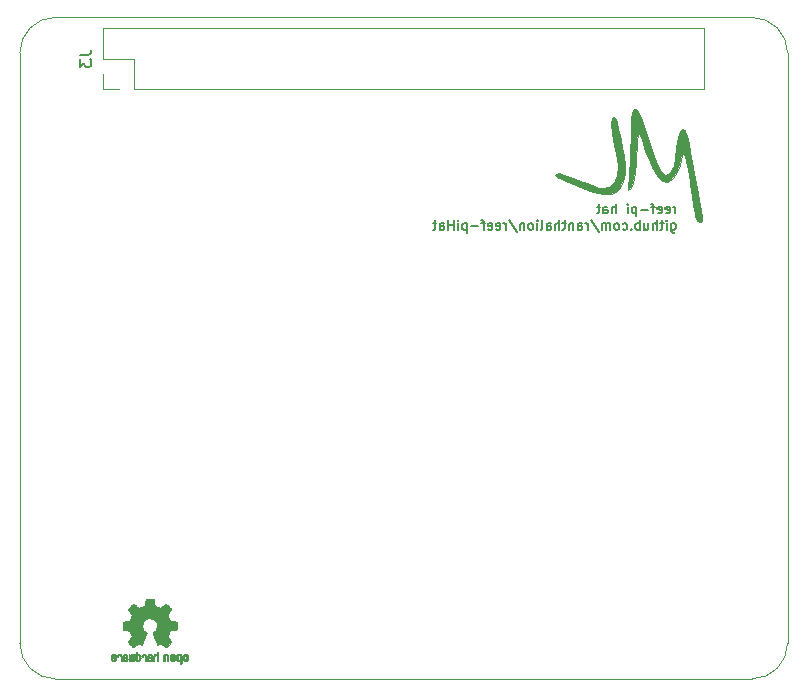
<source format=gbr>
G04 #@! TF.GenerationSoftware,KiCad,Pcbnew,(5.0.1)-3*
G04 #@! TF.CreationDate,2018-11-18T15:41:14-05:00*
G04 #@! TF.ProjectId,reef-piHat,726565662D70694861742E6B69636164,rev?*
G04 #@! TF.SameCoordinates,Original*
G04 #@! TF.FileFunction,Legend,Bot*
G04 #@! TF.FilePolarity,Positive*
%FSLAX46Y46*%
G04 Gerber Fmt 4.6, Leading zero omitted, Abs format (unit mm)*
G04 Created by KiCad (PCBNEW (5.0.1)-3) date 11/18/2018 3:41:14 PM*
%MOMM*%
%LPD*%
G01*
G04 APERTURE LIST*
%ADD10C,0.200000*%
%ADD11C,0.100000*%
%ADD12C,0.010000*%
%ADD13C,0.120000*%
%ADD14C,0.150000*%
G04 APERTURE END LIST*
D10*
X134045523Y-77385904D02*
X134045523Y-76852571D01*
X134045523Y-77004952D02*
X134007428Y-76928761D01*
X133969333Y-76890666D01*
X133893142Y-76852571D01*
X133816952Y-76852571D01*
X133245523Y-77347809D02*
X133321714Y-77385904D01*
X133474095Y-77385904D01*
X133550285Y-77347809D01*
X133588380Y-77271619D01*
X133588380Y-76966857D01*
X133550285Y-76890666D01*
X133474095Y-76852571D01*
X133321714Y-76852571D01*
X133245523Y-76890666D01*
X133207428Y-76966857D01*
X133207428Y-77043047D01*
X133588380Y-77119238D01*
X132559809Y-77347809D02*
X132636000Y-77385904D01*
X132788380Y-77385904D01*
X132864571Y-77347809D01*
X132902666Y-77271619D01*
X132902666Y-76966857D01*
X132864571Y-76890666D01*
X132788380Y-76852571D01*
X132636000Y-76852571D01*
X132559809Y-76890666D01*
X132521714Y-76966857D01*
X132521714Y-77043047D01*
X132902666Y-77119238D01*
X132293142Y-76852571D02*
X131988380Y-76852571D01*
X132178857Y-77385904D02*
X132178857Y-76700190D01*
X132140761Y-76624000D01*
X132064571Y-76585904D01*
X131988380Y-76585904D01*
X131721714Y-77081142D02*
X131112190Y-77081142D01*
X130731238Y-76852571D02*
X130731238Y-77652571D01*
X130731238Y-76890666D02*
X130655047Y-76852571D01*
X130502666Y-76852571D01*
X130426476Y-76890666D01*
X130388380Y-76928761D01*
X130350285Y-77004952D01*
X130350285Y-77233523D01*
X130388380Y-77309714D01*
X130426476Y-77347809D01*
X130502666Y-77385904D01*
X130655047Y-77385904D01*
X130731238Y-77347809D01*
X130007428Y-77385904D02*
X130007428Y-76852571D01*
X130007428Y-76585904D02*
X130045523Y-76624000D01*
X130007428Y-76662095D01*
X129969333Y-76624000D01*
X130007428Y-76585904D01*
X130007428Y-76662095D01*
X129016952Y-77385904D02*
X129016952Y-76585904D01*
X128674095Y-77385904D02*
X128674095Y-76966857D01*
X128712190Y-76890666D01*
X128788380Y-76852571D01*
X128902666Y-76852571D01*
X128978857Y-76890666D01*
X129016952Y-76928761D01*
X127950285Y-77385904D02*
X127950285Y-76966857D01*
X127988380Y-76890666D01*
X128064571Y-76852571D01*
X128216952Y-76852571D01*
X128293142Y-76890666D01*
X127950285Y-77347809D02*
X128026476Y-77385904D01*
X128216952Y-77385904D01*
X128293142Y-77347809D01*
X128331238Y-77271619D01*
X128331238Y-77195428D01*
X128293142Y-77119238D01*
X128216952Y-77081142D01*
X128026476Y-77081142D01*
X127950285Y-77043047D01*
X127683619Y-76852571D02*
X127378857Y-76852571D01*
X127569333Y-76585904D02*
X127569333Y-77271619D01*
X127531238Y-77347809D01*
X127455047Y-77385904D01*
X127378857Y-77385904D01*
X133702666Y-78252571D02*
X133702666Y-78900190D01*
X133740761Y-78976380D01*
X133778857Y-79014476D01*
X133855047Y-79052571D01*
X133969333Y-79052571D01*
X134045523Y-79014476D01*
X133702666Y-78747809D02*
X133778857Y-78785904D01*
X133931238Y-78785904D01*
X134007428Y-78747809D01*
X134045523Y-78709714D01*
X134083619Y-78633523D01*
X134083619Y-78404952D01*
X134045523Y-78328761D01*
X134007428Y-78290666D01*
X133931238Y-78252571D01*
X133778857Y-78252571D01*
X133702666Y-78290666D01*
X133321714Y-78785904D02*
X133321714Y-78252571D01*
X133321714Y-77985904D02*
X133359809Y-78024000D01*
X133321714Y-78062095D01*
X133283619Y-78024000D01*
X133321714Y-77985904D01*
X133321714Y-78062095D01*
X133055047Y-78252571D02*
X132750285Y-78252571D01*
X132940761Y-77985904D02*
X132940761Y-78671619D01*
X132902666Y-78747809D01*
X132826476Y-78785904D01*
X132750285Y-78785904D01*
X132483619Y-78785904D02*
X132483619Y-77985904D01*
X132140761Y-78785904D02*
X132140761Y-78366857D01*
X132178857Y-78290666D01*
X132255047Y-78252571D01*
X132369333Y-78252571D01*
X132445523Y-78290666D01*
X132483619Y-78328761D01*
X131416952Y-78252571D02*
X131416952Y-78785904D01*
X131759809Y-78252571D02*
X131759809Y-78671619D01*
X131721714Y-78747809D01*
X131645523Y-78785904D01*
X131531238Y-78785904D01*
X131455047Y-78747809D01*
X131416952Y-78709714D01*
X131036000Y-78785904D02*
X131036000Y-77985904D01*
X131036000Y-78290666D02*
X130959809Y-78252571D01*
X130807428Y-78252571D01*
X130731238Y-78290666D01*
X130693142Y-78328761D01*
X130655047Y-78404952D01*
X130655047Y-78633523D01*
X130693142Y-78709714D01*
X130731238Y-78747809D01*
X130807428Y-78785904D01*
X130959809Y-78785904D01*
X131036000Y-78747809D01*
X130312190Y-78709714D02*
X130274095Y-78747809D01*
X130312190Y-78785904D01*
X130350285Y-78747809D01*
X130312190Y-78709714D01*
X130312190Y-78785904D01*
X129588380Y-78747809D02*
X129664571Y-78785904D01*
X129816952Y-78785904D01*
X129893142Y-78747809D01*
X129931238Y-78709714D01*
X129969333Y-78633523D01*
X129969333Y-78404952D01*
X129931238Y-78328761D01*
X129893142Y-78290666D01*
X129816952Y-78252571D01*
X129664571Y-78252571D01*
X129588380Y-78290666D01*
X129131238Y-78785904D02*
X129207428Y-78747809D01*
X129245523Y-78709714D01*
X129283619Y-78633523D01*
X129283619Y-78404952D01*
X129245523Y-78328761D01*
X129207428Y-78290666D01*
X129131238Y-78252571D01*
X129016952Y-78252571D01*
X128940761Y-78290666D01*
X128902666Y-78328761D01*
X128864571Y-78404952D01*
X128864571Y-78633523D01*
X128902666Y-78709714D01*
X128940761Y-78747809D01*
X129016952Y-78785904D01*
X129131238Y-78785904D01*
X128521714Y-78785904D02*
X128521714Y-78252571D01*
X128521714Y-78328761D02*
X128483619Y-78290666D01*
X128407428Y-78252571D01*
X128293142Y-78252571D01*
X128216952Y-78290666D01*
X128178857Y-78366857D01*
X128178857Y-78785904D01*
X128178857Y-78366857D02*
X128140761Y-78290666D01*
X128064571Y-78252571D01*
X127950285Y-78252571D01*
X127874095Y-78290666D01*
X127836000Y-78366857D01*
X127836000Y-78785904D01*
X126883619Y-77947809D02*
X127569333Y-78976380D01*
X126616952Y-78785904D02*
X126616952Y-78252571D01*
X126616952Y-78404952D02*
X126578857Y-78328761D01*
X126540761Y-78290666D01*
X126464571Y-78252571D01*
X126388380Y-78252571D01*
X125778857Y-78785904D02*
X125778857Y-78366857D01*
X125816952Y-78290666D01*
X125893142Y-78252571D01*
X126045523Y-78252571D01*
X126121714Y-78290666D01*
X125778857Y-78747809D02*
X125855047Y-78785904D01*
X126045523Y-78785904D01*
X126121714Y-78747809D01*
X126159809Y-78671619D01*
X126159809Y-78595428D01*
X126121714Y-78519238D01*
X126045523Y-78481142D01*
X125855047Y-78481142D01*
X125778857Y-78443047D01*
X125397904Y-78252571D02*
X125397904Y-78785904D01*
X125397904Y-78328761D02*
X125359809Y-78290666D01*
X125283619Y-78252571D01*
X125169333Y-78252571D01*
X125093142Y-78290666D01*
X125055047Y-78366857D01*
X125055047Y-78785904D01*
X124788380Y-78252571D02*
X124483619Y-78252571D01*
X124674095Y-77985904D02*
X124674095Y-78671619D01*
X124636000Y-78747809D01*
X124559809Y-78785904D01*
X124483619Y-78785904D01*
X124216952Y-78785904D02*
X124216952Y-77985904D01*
X123874095Y-78785904D02*
X123874095Y-78366857D01*
X123912190Y-78290666D01*
X123988380Y-78252571D01*
X124102666Y-78252571D01*
X124178857Y-78290666D01*
X124216952Y-78328761D01*
X123150285Y-78785904D02*
X123150285Y-78366857D01*
X123188380Y-78290666D01*
X123264571Y-78252571D01*
X123416952Y-78252571D01*
X123493142Y-78290666D01*
X123150285Y-78747809D02*
X123226476Y-78785904D01*
X123416952Y-78785904D01*
X123493142Y-78747809D01*
X123531238Y-78671619D01*
X123531238Y-78595428D01*
X123493142Y-78519238D01*
X123416952Y-78481142D01*
X123226476Y-78481142D01*
X123150285Y-78443047D01*
X122655047Y-78785904D02*
X122731238Y-78747809D01*
X122769333Y-78671619D01*
X122769333Y-77985904D01*
X122350285Y-78785904D02*
X122350285Y-78252571D01*
X122350285Y-77985904D02*
X122388380Y-78024000D01*
X122350285Y-78062095D01*
X122312190Y-78024000D01*
X122350285Y-77985904D01*
X122350285Y-78062095D01*
X121855047Y-78785904D02*
X121931238Y-78747809D01*
X121969333Y-78709714D01*
X122007428Y-78633523D01*
X122007428Y-78404952D01*
X121969333Y-78328761D01*
X121931238Y-78290666D01*
X121855047Y-78252571D01*
X121740761Y-78252571D01*
X121664571Y-78290666D01*
X121626476Y-78328761D01*
X121588380Y-78404952D01*
X121588380Y-78633523D01*
X121626476Y-78709714D01*
X121664571Y-78747809D01*
X121740761Y-78785904D01*
X121855047Y-78785904D01*
X121245523Y-78252571D02*
X121245523Y-78785904D01*
X121245523Y-78328761D02*
X121207428Y-78290666D01*
X121131238Y-78252571D01*
X121016952Y-78252571D01*
X120940761Y-78290666D01*
X120902666Y-78366857D01*
X120902666Y-78785904D01*
X119950285Y-77947809D02*
X120636000Y-78976380D01*
X119683619Y-78785904D02*
X119683619Y-78252571D01*
X119683619Y-78404952D02*
X119645523Y-78328761D01*
X119607428Y-78290666D01*
X119531238Y-78252571D01*
X119455047Y-78252571D01*
X118883619Y-78747809D02*
X118959809Y-78785904D01*
X119112190Y-78785904D01*
X119188380Y-78747809D01*
X119226476Y-78671619D01*
X119226476Y-78366857D01*
X119188380Y-78290666D01*
X119112190Y-78252571D01*
X118959809Y-78252571D01*
X118883619Y-78290666D01*
X118845523Y-78366857D01*
X118845523Y-78443047D01*
X119226476Y-78519238D01*
X118197904Y-78747809D02*
X118274095Y-78785904D01*
X118426476Y-78785904D01*
X118502666Y-78747809D01*
X118540761Y-78671619D01*
X118540761Y-78366857D01*
X118502666Y-78290666D01*
X118426476Y-78252571D01*
X118274095Y-78252571D01*
X118197904Y-78290666D01*
X118159809Y-78366857D01*
X118159809Y-78443047D01*
X118540761Y-78519238D01*
X117931238Y-78252571D02*
X117626476Y-78252571D01*
X117816952Y-78785904D02*
X117816952Y-78100190D01*
X117778857Y-78024000D01*
X117702666Y-77985904D01*
X117626476Y-77985904D01*
X117359809Y-78481142D02*
X116750285Y-78481142D01*
X116369333Y-78252571D02*
X116369333Y-79052571D01*
X116369333Y-78290666D02*
X116293142Y-78252571D01*
X116140761Y-78252571D01*
X116064571Y-78290666D01*
X116026476Y-78328761D01*
X115988380Y-78404952D01*
X115988380Y-78633523D01*
X116026476Y-78709714D01*
X116064571Y-78747809D01*
X116140761Y-78785904D01*
X116293142Y-78785904D01*
X116369333Y-78747809D01*
X115645523Y-78785904D02*
X115645523Y-78252571D01*
X115645523Y-77985904D02*
X115683619Y-78024000D01*
X115645523Y-78062095D01*
X115607428Y-78024000D01*
X115645523Y-77985904D01*
X115645523Y-78062095D01*
X115264571Y-78785904D02*
X115264571Y-77985904D01*
X115264571Y-78366857D02*
X114807428Y-78366857D01*
X114807428Y-78785904D02*
X114807428Y-77985904D01*
X114083619Y-78785904D02*
X114083619Y-78366857D01*
X114121714Y-78290666D01*
X114197904Y-78252571D01*
X114350285Y-78252571D01*
X114426476Y-78290666D01*
X114083619Y-78747809D02*
X114159809Y-78785904D01*
X114350285Y-78785904D01*
X114426476Y-78747809D01*
X114464571Y-78671619D01*
X114464571Y-78595428D01*
X114426476Y-78519238D01*
X114350285Y-78481142D01*
X114159809Y-78481142D01*
X114083619Y-78443047D01*
X113816952Y-78252571D02*
X113512190Y-78252571D01*
X113702666Y-77985904D02*
X113702666Y-78671619D01*
X113664571Y-78747809D01*
X113588380Y-78785904D01*
X113512190Y-78785904D01*
D11*
X78546356Y-63817611D02*
X78546356Y-113817611D01*
X78546356Y-63817611D02*
G75*
G02X81546356Y-60817611I3000000J0D01*
G01*
X140546356Y-60817611D02*
X81546356Y-60817611D01*
X140546356Y-60817611D02*
G75*
G02X143546356Y-63817611I0J-3000000D01*
G01*
X143546356Y-113817611D02*
X143546356Y-63817611D01*
X81546356Y-116817611D02*
G75*
G02X78546356Y-113817611I0J3000000D01*
G01*
X81546356Y-116817611D02*
X140546356Y-116817611D01*
X143546351Y-113822847D02*
G75*
G02X140546356Y-116817611I-2999995J5236D01*
G01*
D12*
G04 #@! TO.C,G\002A\002A\002A*
G36*
X128658485Y-69398746D02*
X128625021Y-69860619D01*
X128699628Y-70614598D01*
X128881405Y-71647748D01*
X129011299Y-72260902D01*
X129183889Y-73388332D01*
X129144923Y-74255950D01*
X128894640Y-74863098D01*
X128433284Y-75209119D01*
X127896635Y-75297543D01*
X127526630Y-75228839D01*
X126965664Y-75047138D01*
X126324103Y-74789056D01*
X126209891Y-74737913D01*
X125350740Y-74374062D01*
X124655364Y-74134597D01*
X124162700Y-74029720D01*
X123911686Y-74069631D01*
X123887658Y-74129544D01*
X124024718Y-74319256D01*
X124182029Y-74399354D01*
X124458734Y-74507084D01*
X124959885Y-74713780D01*
X125601322Y-74984463D01*
X125990601Y-75151028D01*
X127072003Y-75562428D01*
X127926754Y-75763242D01*
X128586583Y-75758340D01*
X128991830Y-75611673D01*
X129327827Y-75257373D01*
X129597840Y-74682055D01*
X129755555Y-74000551D01*
X129777808Y-73662880D01*
X129746753Y-73237512D01*
X129660589Y-72580493D01*
X129533387Y-71789407D01*
X129413224Y-71134298D01*
X129226974Y-70245282D01*
X129068644Y-69656345D01*
X128927208Y-69333405D01*
X128800921Y-69241914D01*
X128658485Y-69398746D01*
X128658485Y-69398746D01*
G37*
X128658485Y-69398746D02*
X128625021Y-69860619D01*
X128699628Y-70614598D01*
X128881405Y-71647748D01*
X129011299Y-72260902D01*
X129183889Y-73388332D01*
X129144923Y-74255950D01*
X128894640Y-74863098D01*
X128433284Y-75209119D01*
X127896635Y-75297543D01*
X127526630Y-75228839D01*
X126965664Y-75047138D01*
X126324103Y-74789056D01*
X126209891Y-74737913D01*
X125350740Y-74374062D01*
X124655364Y-74134597D01*
X124162700Y-74029720D01*
X123911686Y-74069631D01*
X123887658Y-74129544D01*
X124024718Y-74319256D01*
X124182029Y-74399354D01*
X124458734Y-74507084D01*
X124959885Y-74713780D01*
X125601322Y-74984463D01*
X125990601Y-75151028D01*
X127072003Y-75562428D01*
X127926754Y-75763242D01*
X128586583Y-75758340D01*
X128991830Y-75611673D01*
X129327827Y-75257373D01*
X129597840Y-74682055D01*
X129755555Y-74000551D01*
X129777808Y-73662880D01*
X129746753Y-73237512D01*
X129660589Y-72580493D01*
X129533387Y-71789407D01*
X129413224Y-71134298D01*
X129226974Y-70245282D01*
X129068644Y-69656345D01*
X128927208Y-69333405D01*
X128800921Y-69241914D01*
X128658485Y-69398746D01*
G36*
X130559299Y-68601841D02*
X130462036Y-68727503D01*
X130388538Y-68987056D01*
X130333490Y-69421505D01*
X130291579Y-70071854D01*
X130257491Y-70979108D01*
X130227864Y-72101517D01*
X130198255Y-73052832D01*
X130158648Y-73900582D01*
X130113042Y-74581222D01*
X130065434Y-75031205D01*
X130034683Y-75171384D01*
X129997800Y-75411539D01*
X130066502Y-75465755D01*
X130295418Y-75300975D01*
X130483725Y-74816226D01*
X130628060Y-74025893D01*
X130725063Y-72944364D01*
X130744483Y-72564100D01*
X130787031Y-71793770D01*
X130838983Y-71163818D01*
X130893718Y-70739895D01*
X130943849Y-70587609D01*
X131045214Y-70735649D01*
X131183760Y-71115764D01*
X131277179Y-71446040D01*
X131487001Y-72106958D01*
X131778609Y-72822859D01*
X132112667Y-73517347D01*
X132449837Y-74114025D01*
X132750782Y-74536497D01*
X132954496Y-74703531D01*
X133356205Y-74735647D01*
X133528395Y-74697594D01*
X133847204Y-74434621D01*
X134167908Y-73943660D01*
X134432867Y-73327837D01*
X134558900Y-72853764D01*
X134645179Y-72502242D01*
X134734636Y-72385798D01*
X134833696Y-72523062D01*
X134948784Y-72932664D01*
X135086327Y-73633234D01*
X135252747Y-74643402D01*
X135314695Y-75045225D01*
X135450766Y-75927673D01*
X135575459Y-76716340D01*
X135677081Y-77338669D01*
X135743937Y-77722101D01*
X135755244Y-77778669D01*
X135903840Y-78045295D01*
X136126164Y-78158658D01*
X136302263Y-78084012D01*
X136335976Y-77946881D01*
X136305156Y-77686975D01*
X136216016Y-77130090D01*
X136074440Y-76309483D01*
X135886315Y-75258416D01*
X135657527Y-74010148D01*
X135393961Y-72597939D01*
X135319227Y-72201465D01*
X135169332Y-71479247D01*
X135019251Y-70876942D01*
X134890345Y-70474787D01*
X134828865Y-70359545D01*
X134601236Y-70270007D01*
X134411816Y-70499900D01*
X134258280Y-71054454D01*
X134141513Y-71906784D01*
X134032772Y-72768400D01*
X133895006Y-73368719D01*
X133703240Y-73782843D01*
X133432496Y-74085872D01*
X133410732Y-74104208D01*
X133162655Y-74134484D01*
X132869981Y-73847160D01*
X132530818Y-73238722D01*
X132143274Y-72305654D01*
X131705455Y-71044441D01*
X131620100Y-70778964D01*
X131288743Y-69790520D01*
X131014125Y-69082631D01*
X130803352Y-68672101D01*
X130685640Y-68569066D01*
X130559299Y-68601841D01*
X130559299Y-68601841D01*
G37*
X130559299Y-68601841D02*
X130462036Y-68727503D01*
X130388538Y-68987056D01*
X130333490Y-69421505D01*
X130291579Y-70071854D01*
X130257491Y-70979108D01*
X130227864Y-72101517D01*
X130198255Y-73052832D01*
X130158648Y-73900582D01*
X130113042Y-74581222D01*
X130065434Y-75031205D01*
X130034683Y-75171384D01*
X129997800Y-75411539D01*
X130066502Y-75465755D01*
X130295418Y-75300975D01*
X130483725Y-74816226D01*
X130628060Y-74025893D01*
X130725063Y-72944364D01*
X130744483Y-72564100D01*
X130787031Y-71793770D01*
X130838983Y-71163818D01*
X130893718Y-70739895D01*
X130943849Y-70587609D01*
X131045214Y-70735649D01*
X131183760Y-71115764D01*
X131277179Y-71446040D01*
X131487001Y-72106958D01*
X131778609Y-72822859D01*
X132112667Y-73517347D01*
X132449837Y-74114025D01*
X132750782Y-74536497D01*
X132954496Y-74703531D01*
X133356205Y-74735647D01*
X133528395Y-74697594D01*
X133847204Y-74434621D01*
X134167908Y-73943660D01*
X134432867Y-73327837D01*
X134558900Y-72853764D01*
X134645179Y-72502242D01*
X134734636Y-72385798D01*
X134833696Y-72523062D01*
X134948784Y-72932664D01*
X135086327Y-73633234D01*
X135252747Y-74643402D01*
X135314695Y-75045225D01*
X135450766Y-75927673D01*
X135575459Y-76716340D01*
X135677081Y-77338669D01*
X135743937Y-77722101D01*
X135755244Y-77778669D01*
X135903840Y-78045295D01*
X136126164Y-78158658D01*
X136302263Y-78084012D01*
X136335976Y-77946881D01*
X136305156Y-77686975D01*
X136216016Y-77130090D01*
X136074440Y-76309483D01*
X135886315Y-75258416D01*
X135657527Y-74010148D01*
X135393961Y-72597939D01*
X135319227Y-72201465D01*
X135169332Y-71479247D01*
X135019251Y-70876942D01*
X134890345Y-70474787D01*
X134828865Y-70359545D01*
X134601236Y-70270007D01*
X134411816Y-70499900D01*
X134258280Y-71054454D01*
X134141513Y-71906784D01*
X134032772Y-72768400D01*
X133895006Y-73368719D01*
X133703240Y-73782843D01*
X133432496Y-74085872D01*
X133410732Y-74104208D01*
X133162655Y-74134484D01*
X132869981Y-73847160D01*
X132530818Y-73238722D01*
X132143274Y-72305654D01*
X131705455Y-71044441D01*
X131620100Y-70778964D01*
X131288743Y-69790520D01*
X131014125Y-69082631D01*
X130803352Y-68672101D01*
X130685640Y-68569066D01*
X130559299Y-68601841D01*
D13*
G04 #@! TO.C,J3*
X85590000Y-61720000D02*
X85590000Y-64320000D01*
X85590000Y-61720000D02*
X136510000Y-61720000D01*
X136510000Y-61720000D02*
X136510000Y-66920000D01*
X88190000Y-66920000D02*
X136510000Y-66920000D01*
X88190000Y-64320000D02*
X88190000Y-66920000D01*
X85590000Y-64320000D02*
X88190000Y-64320000D01*
X85590000Y-66920000D02*
X86920000Y-66920000D01*
X85590000Y-65590000D02*
X85590000Y-66920000D01*
D12*
G04 #@! TO.C,REF\002A\002A*
G36*
X89431090Y-110018348D02*
X89352546Y-110018778D01*
X89295702Y-110019942D01*
X89256895Y-110022207D01*
X89232462Y-110025940D01*
X89218738Y-110031506D01*
X89212060Y-110039273D01*
X89208764Y-110049605D01*
X89208444Y-110050943D01*
X89203438Y-110075079D01*
X89194171Y-110122701D01*
X89181608Y-110188741D01*
X89166713Y-110268128D01*
X89150449Y-110355796D01*
X89149881Y-110358875D01*
X89133590Y-110444789D01*
X89118348Y-110520696D01*
X89105139Y-110582045D01*
X89094946Y-110624282D01*
X89088752Y-110642855D01*
X89088457Y-110643184D01*
X89070212Y-110652253D01*
X89032595Y-110667367D01*
X88983729Y-110685262D01*
X88983457Y-110685358D01*
X88921907Y-110708493D01*
X88849343Y-110737965D01*
X88780943Y-110767597D01*
X88777706Y-110769062D01*
X88666298Y-110819626D01*
X88419601Y-110651160D01*
X88343923Y-110599803D01*
X88275369Y-110553889D01*
X88217912Y-110516030D01*
X88175524Y-110488837D01*
X88152175Y-110474921D01*
X88149958Y-110473889D01*
X88132990Y-110478484D01*
X88101299Y-110500655D01*
X88053648Y-110541447D01*
X87988802Y-110601905D01*
X87922603Y-110666227D01*
X87858786Y-110729612D01*
X87801671Y-110787451D01*
X87754695Y-110836175D01*
X87721297Y-110872210D01*
X87704915Y-110891984D01*
X87704306Y-110893002D01*
X87702495Y-110906572D01*
X87709317Y-110928733D01*
X87726460Y-110962478D01*
X87755607Y-111010800D01*
X87798445Y-111076692D01*
X87855552Y-111161517D01*
X87906234Y-111236177D01*
X87951539Y-111303140D01*
X87988850Y-111358516D01*
X88015548Y-111398420D01*
X88029015Y-111418962D01*
X88029863Y-111420356D01*
X88028219Y-111440038D01*
X88015755Y-111478293D01*
X87994952Y-111527889D01*
X87987538Y-111543728D01*
X87955186Y-111614290D01*
X87920672Y-111694353D01*
X87892635Y-111763629D01*
X87872432Y-111815045D01*
X87856385Y-111854119D01*
X87847112Y-111874541D01*
X87845959Y-111876114D01*
X87828904Y-111878721D01*
X87788702Y-111885863D01*
X87730698Y-111896523D01*
X87660237Y-111909685D01*
X87582665Y-111924333D01*
X87503328Y-111939449D01*
X87427569Y-111954018D01*
X87360736Y-111967022D01*
X87308172Y-111977445D01*
X87275224Y-111984270D01*
X87267143Y-111986199D01*
X87258795Y-111990962D01*
X87252494Y-112001718D01*
X87247955Y-112022098D01*
X87244896Y-112055734D01*
X87243033Y-112106255D01*
X87242082Y-112177292D01*
X87241760Y-112272476D01*
X87241743Y-112311492D01*
X87241743Y-112628799D01*
X87317943Y-112643839D01*
X87360337Y-112651995D01*
X87423600Y-112663899D01*
X87500038Y-112678116D01*
X87581957Y-112693210D01*
X87604600Y-112697355D01*
X87680194Y-112712053D01*
X87746047Y-112726505D01*
X87796634Y-112739375D01*
X87826426Y-112749322D01*
X87831388Y-112752287D01*
X87843574Y-112773283D01*
X87861047Y-112813967D01*
X87880423Y-112866322D01*
X87884266Y-112877600D01*
X87909661Y-112947523D01*
X87941183Y-113026418D01*
X87972031Y-113097266D01*
X87972183Y-113097595D01*
X88023553Y-113208733D01*
X87854601Y-113457253D01*
X87685648Y-113705772D01*
X87902571Y-113923058D01*
X87968181Y-113987726D01*
X88028021Y-114044733D01*
X88078733Y-114091033D01*
X88116954Y-114123584D01*
X88139325Y-114139343D01*
X88142534Y-114140343D01*
X88161374Y-114132469D01*
X88199820Y-114110578D01*
X88253670Y-114077267D01*
X88318724Y-114035131D01*
X88389060Y-113987943D01*
X88460445Y-113939810D01*
X88524092Y-113897928D01*
X88575959Y-113864871D01*
X88612005Y-113843218D01*
X88628133Y-113835543D01*
X88647811Y-113842037D01*
X88685125Y-113859150D01*
X88732379Y-113883326D01*
X88737388Y-113886013D01*
X88801023Y-113917927D01*
X88844659Y-113933579D01*
X88871798Y-113933745D01*
X88885943Y-113919204D01*
X88886025Y-113919000D01*
X88893095Y-113901779D01*
X88909958Y-113860899D01*
X88935305Y-113799525D01*
X88967829Y-113720819D01*
X89006222Y-113627947D01*
X89049178Y-113524072D01*
X89090778Y-113423502D01*
X89136496Y-113312516D01*
X89178474Y-113209703D01*
X89215452Y-113118215D01*
X89246173Y-113041201D01*
X89269378Y-112981815D01*
X89283810Y-112943209D01*
X89288257Y-112928800D01*
X89277104Y-112912272D01*
X89247931Y-112885930D01*
X89209029Y-112856887D01*
X89098243Y-112765039D01*
X89011649Y-112659759D01*
X88950284Y-112543266D01*
X88915185Y-112417776D01*
X88907392Y-112285507D01*
X88913057Y-112224457D01*
X88943922Y-112097795D01*
X88997080Y-111985941D01*
X89069233Y-111890001D01*
X89157083Y-111811076D01*
X89257335Y-111750270D01*
X89366690Y-111708687D01*
X89481853Y-111687428D01*
X89599525Y-111687599D01*
X89716410Y-111710301D01*
X89829211Y-111756638D01*
X89934631Y-111827713D01*
X89978632Y-111867911D01*
X90063021Y-111971129D01*
X90121778Y-112083925D01*
X90155296Y-112203010D01*
X90163965Y-112325095D01*
X90148177Y-112446893D01*
X90108322Y-112565116D01*
X90044793Y-112676475D01*
X89957979Y-112777684D01*
X89860971Y-112856887D01*
X89820563Y-112887162D01*
X89792018Y-112913219D01*
X89781743Y-112928825D01*
X89787123Y-112945843D01*
X89802425Y-112986500D01*
X89826388Y-113047642D01*
X89857756Y-113126119D01*
X89895268Y-113218780D01*
X89937667Y-113322472D01*
X89979337Y-113423526D01*
X90025310Y-113534607D01*
X90067893Y-113637541D01*
X90105779Y-113729165D01*
X90137660Y-113806316D01*
X90162229Y-113865831D01*
X90178180Y-113904544D01*
X90184090Y-113919000D01*
X90198052Y-113933685D01*
X90225060Y-113933642D01*
X90268587Y-113918099D01*
X90332110Y-113886284D01*
X90332612Y-113886013D01*
X90380440Y-113861323D01*
X90419103Y-113843338D01*
X90440905Y-113835614D01*
X90441867Y-113835543D01*
X90458279Y-113843378D01*
X90494513Y-113865165D01*
X90546526Y-113898328D01*
X90610275Y-113940291D01*
X90680940Y-113987943D01*
X90752884Y-114036191D01*
X90817726Y-114078151D01*
X90871265Y-114111227D01*
X90909303Y-114132821D01*
X90927467Y-114140343D01*
X90944192Y-114130457D01*
X90977820Y-114102826D01*
X91024990Y-114060495D01*
X91082342Y-114006505D01*
X91146516Y-113943899D01*
X91167503Y-113922983D01*
X91384501Y-113705623D01*
X91219332Y-113463220D01*
X91169136Y-113388781D01*
X91125081Y-113321972D01*
X91089638Y-113266665D01*
X91065281Y-113226729D01*
X91054478Y-113206036D01*
X91054162Y-113204563D01*
X91059857Y-113185058D01*
X91075174Y-113145822D01*
X91097463Y-113093430D01*
X91113107Y-113058355D01*
X91142359Y-112991201D01*
X91169906Y-112923358D01*
X91191263Y-112866034D01*
X91197065Y-112848572D01*
X91213548Y-112801938D01*
X91229660Y-112765905D01*
X91238510Y-112752287D01*
X91258040Y-112743952D01*
X91300666Y-112732137D01*
X91360855Y-112718181D01*
X91433078Y-112703422D01*
X91465400Y-112697355D01*
X91547478Y-112682273D01*
X91626205Y-112667669D01*
X91693891Y-112654980D01*
X91742840Y-112645642D01*
X91752057Y-112643839D01*
X91828257Y-112628799D01*
X91828257Y-112311492D01*
X91828086Y-112207154D01*
X91827384Y-112128213D01*
X91825866Y-112071038D01*
X91823251Y-112031999D01*
X91819254Y-112007465D01*
X91813591Y-111993805D01*
X91805980Y-111987389D01*
X91802857Y-111986199D01*
X91784022Y-111981980D01*
X91742412Y-111973562D01*
X91683370Y-111961961D01*
X91612243Y-111948195D01*
X91534375Y-111933280D01*
X91455113Y-111918232D01*
X91379802Y-111904069D01*
X91313787Y-111891806D01*
X91262413Y-111882461D01*
X91231025Y-111877050D01*
X91224041Y-111876114D01*
X91217715Y-111863596D01*
X91203710Y-111830246D01*
X91184645Y-111782377D01*
X91177366Y-111763629D01*
X91148004Y-111691195D01*
X91113429Y-111611170D01*
X91082463Y-111543728D01*
X91059677Y-111492159D01*
X91044518Y-111449785D01*
X91039458Y-111423834D01*
X91040264Y-111420356D01*
X91050959Y-111403936D01*
X91075380Y-111367417D01*
X91110905Y-111314687D01*
X91154913Y-111249635D01*
X91204783Y-111176151D01*
X91214644Y-111161645D01*
X91272508Y-111075704D01*
X91315044Y-111010261D01*
X91343946Y-110962304D01*
X91360910Y-110928820D01*
X91367633Y-110906795D01*
X91365810Y-110893217D01*
X91365764Y-110893131D01*
X91351414Y-110875297D01*
X91319677Y-110840817D01*
X91273990Y-110793268D01*
X91217796Y-110736222D01*
X91154532Y-110673255D01*
X91147398Y-110666227D01*
X91067670Y-110589020D01*
X91006143Y-110532330D01*
X90961579Y-110495110D01*
X90932743Y-110476315D01*
X90920042Y-110473889D01*
X90901506Y-110484471D01*
X90863039Y-110508916D01*
X90808614Y-110544612D01*
X90742202Y-110588947D01*
X90667775Y-110639311D01*
X90650399Y-110651160D01*
X90403703Y-110819626D01*
X90292294Y-110769062D01*
X90224543Y-110739595D01*
X90151817Y-110709959D01*
X90089297Y-110686330D01*
X90086543Y-110685358D01*
X90037640Y-110667457D01*
X89999943Y-110652320D01*
X89981575Y-110643210D01*
X89981544Y-110643184D01*
X89975715Y-110626717D01*
X89965808Y-110586219D01*
X89952805Y-110526242D01*
X89937691Y-110451340D01*
X89921448Y-110366064D01*
X89920119Y-110358875D01*
X89903825Y-110271014D01*
X89888867Y-110191260D01*
X89876209Y-110124681D01*
X89866814Y-110076347D01*
X89861646Y-110051325D01*
X89861556Y-110050943D01*
X89858411Y-110040299D01*
X89852296Y-110032262D01*
X89839547Y-110026467D01*
X89816500Y-110022547D01*
X89779491Y-110020135D01*
X89724856Y-110018865D01*
X89648933Y-110018371D01*
X89548056Y-110018286D01*
X89535000Y-110018286D01*
X89431090Y-110018348D01*
X89431090Y-110018348D01*
G37*
X89431090Y-110018348D02*
X89352546Y-110018778D01*
X89295702Y-110019942D01*
X89256895Y-110022207D01*
X89232462Y-110025940D01*
X89218738Y-110031506D01*
X89212060Y-110039273D01*
X89208764Y-110049605D01*
X89208444Y-110050943D01*
X89203438Y-110075079D01*
X89194171Y-110122701D01*
X89181608Y-110188741D01*
X89166713Y-110268128D01*
X89150449Y-110355796D01*
X89149881Y-110358875D01*
X89133590Y-110444789D01*
X89118348Y-110520696D01*
X89105139Y-110582045D01*
X89094946Y-110624282D01*
X89088752Y-110642855D01*
X89088457Y-110643184D01*
X89070212Y-110652253D01*
X89032595Y-110667367D01*
X88983729Y-110685262D01*
X88983457Y-110685358D01*
X88921907Y-110708493D01*
X88849343Y-110737965D01*
X88780943Y-110767597D01*
X88777706Y-110769062D01*
X88666298Y-110819626D01*
X88419601Y-110651160D01*
X88343923Y-110599803D01*
X88275369Y-110553889D01*
X88217912Y-110516030D01*
X88175524Y-110488837D01*
X88152175Y-110474921D01*
X88149958Y-110473889D01*
X88132990Y-110478484D01*
X88101299Y-110500655D01*
X88053648Y-110541447D01*
X87988802Y-110601905D01*
X87922603Y-110666227D01*
X87858786Y-110729612D01*
X87801671Y-110787451D01*
X87754695Y-110836175D01*
X87721297Y-110872210D01*
X87704915Y-110891984D01*
X87704306Y-110893002D01*
X87702495Y-110906572D01*
X87709317Y-110928733D01*
X87726460Y-110962478D01*
X87755607Y-111010800D01*
X87798445Y-111076692D01*
X87855552Y-111161517D01*
X87906234Y-111236177D01*
X87951539Y-111303140D01*
X87988850Y-111358516D01*
X88015548Y-111398420D01*
X88029015Y-111418962D01*
X88029863Y-111420356D01*
X88028219Y-111440038D01*
X88015755Y-111478293D01*
X87994952Y-111527889D01*
X87987538Y-111543728D01*
X87955186Y-111614290D01*
X87920672Y-111694353D01*
X87892635Y-111763629D01*
X87872432Y-111815045D01*
X87856385Y-111854119D01*
X87847112Y-111874541D01*
X87845959Y-111876114D01*
X87828904Y-111878721D01*
X87788702Y-111885863D01*
X87730698Y-111896523D01*
X87660237Y-111909685D01*
X87582665Y-111924333D01*
X87503328Y-111939449D01*
X87427569Y-111954018D01*
X87360736Y-111967022D01*
X87308172Y-111977445D01*
X87275224Y-111984270D01*
X87267143Y-111986199D01*
X87258795Y-111990962D01*
X87252494Y-112001718D01*
X87247955Y-112022098D01*
X87244896Y-112055734D01*
X87243033Y-112106255D01*
X87242082Y-112177292D01*
X87241760Y-112272476D01*
X87241743Y-112311492D01*
X87241743Y-112628799D01*
X87317943Y-112643839D01*
X87360337Y-112651995D01*
X87423600Y-112663899D01*
X87500038Y-112678116D01*
X87581957Y-112693210D01*
X87604600Y-112697355D01*
X87680194Y-112712053D01*
X87746047Y-112726505D01*
X87796634Y-112739375D01*
X87826426Y-112749322D01*
X87831388Y-112752287D01*
X87843574Y-112773283D01*
X87861047Y-112813967D01*
X87880423Y-112866322D01*
X87884266Y-112877600D01*
X87909661Y-112947523D01*
X87941183Y-113026418D01*
X87972031Y-113097266D01*
X87972183Y-113097595D01*
X88023553Y-113208733D01*
X87854601Y-113457253D01*
X87685648Y-113705772D01*
X87902571Y-113923058D01*
X87968181Y-113987726D01*
X88028021Y-114044733D01*
X88078733Y-114091033D01*
X88116954Y-114123584D01*
X88139325Y-114139343D01*
X88142534Y-114140343D01*
X88161374Y-114132469D01*
X88199820Y-114110578D01*
X88253670Y-114077267D01*
X88318724Y-114035131D01*
X88389060Y-113987943D01*
X88460445Y-113939810D01*
X88524092Y-113897928D01*
X88575959Y-113864871D01*
X88612005Y-113843218D01*
X88628133Y-113835543D01*
X88647811Y-113842037D01*
X88685125Y-113859150D01*
X88732379Y-113883326D01*
X88737388Y-113886013D01*
X88801023Y-113917927D01*
X88844659Y-113933579D01*
X88871798Y-113933745D01*
X88885943Y-113919204D01*
X88886025Y-113919000D01*
X88893095Y-113901779D01*
X88909958Y-113860899D01*
X88935305Y-113799525D01*
X88967829Y-113720819D01*
X89006222Y-113627947D01*
X89049178Y-113524072D01*
X89090778Y-113423502D01*
X89136496Y-113312516D01*
X89178474Y-113209703D01*
X89215452Y-113118215D01*
X89246173Y-113041201D01*
X89269378Y-112981815D01*
X89283810Y-112943209D01*
X89288257Y-112928800D01*
X89277104Y-112912272D01*
X89247931Y-112885930D01*
X89209029Y-112856887D01*
X89098243Y-112765039D01*
X89011649Y-112659759D01*
X88950284Y-112543266D01*
X88915185Y-112417776D01*
X88907392Y-112285507D01*
X88913057Y-112224457D01*
X88943922Y-112097795D01*
X88997080Y-111985941D01*
X89069233Y-111890001D01*
X89157083Y-111811076D01*
X89257335Y-111750270D01*
X89366690Y-111708687D01*
X89481853Y-111687428D01*
X89599525Y-111687599D01*
X89716410Y-111710301D01*
X89829211Y-111756638D01*
X89934631Y-111827713D01*
X89978632Y-111867911D01*
X90063021Y-111971129D01*
X90121778Y-112083925D01*
X90155296Y-112203010D01*
X90163965Y-112325095D01*
X90148177Y-112446893D01*
X90108322Y-112565116D01*
X90044793Y-112676475D01*
X89957979Y-112777684D01*
X89860971Y-112856887D01*
X89820563Y-112887162D01*
X89792018Y-112913219D01*
X89781743Y-112928825D01*
X89787123Y-112945843D01*
X89802425Y-112986500D01*
X89826388Y-113047642D01*
X89857756Y-113126119D01*
X89895268Y-113218780D01*
X89937667Y-113322472D01*
X89979337Y-113423526D01*
X90025310Y-113534607D01*
X90067893Y-113637541D01*
X90105779Y-113729165D01*
X90137660Y-113806316D01*
X90162229Y-113865831D01*
X90178180Y-113904544D01*
X90184090Y-113919000D01*
X90198052Y-113933685D01*
X90225060Y-113933642D01*
X90268587Y-113918099D01*
X90332110Y-113886284D01*
X90332612Y-113886013D01*
X90380440Y-113861323D01*
X90419103Y-113843338D01*
X90440905Y-113835614D01*
X90441867Y-113835543D01*
X90458279Y-113843378D01*
X90494513Y-113865165D01*
X90546526Y-113898328D01*
X90610275Y-113940291D01*
X90680940Y-113987943D01*
X90752884Y-114036191D01*
X90817726Y-114078151D01*
X90871265Y-114111227D01*
X90909303Y-114132821D01*
X90927467Y-114140343D01*
X90944192Y-114130457D01*
X90977820Y-114102826D01*
X91024990Y-114060495D01*
X91082342Y-114006505D01*
X91146516Y-113943899D01*
X91167503Y-113922983D01*
X91384501Y-113705623D01*
X91219332Y-113463220D01*
X91169136Y-113388781D01*
X91125081Y-113321972D01*
X91089638Y-113266665D01*
X91065281Y-113226729D01*
X91054478Y-113206036D01*
X91054162Y-113204563D01*
X91059857Y-113185058D01*
X91075174Y-113145822D01*
X91097463Y-113093430D01*
X91113107Y-113058355D01*
X91142359Y-112991201D01*
X91169906Y-112923358D01*
X91191263Y-112866034D01*
X91197065Y-112848572D01*
X91213548Y-112801938D01*
X91229660Y-112765905D01*
X91238510Y-112752287D01*
X91258040Y-112743952D01*
X91300666Y-112732137D01*
X91360855Y-112718181D01*
X91433078Y-112703422D01*
X91465400Y-112697355D01*
X91547478Y-112682273D01*
X91626205Y-112667669D01*
X91693891Y-112654980D01*
X91742840Y-112645642D01*
X91752057Y-112643839D01*
X91828257Y-112628799D01*
X91828257Y-112311492D01*
X91828086Y-112207154D01*
X91827384Y-112128213D01*
X91825866Y-112071038D01*
X91823251Y-112031999D01*
X91819254Y-112007465D01*
X91813591Y-111993805D01*
X91805980Y-111987389D01*
X91802857Y-111986199D01*
X91784022Y-111981980D01*
X91742412Y-111973562D01*
X91683370Y-111961961D01*
X91612243Y-111948195D01*
X91534375Y-111933280D01*
X91455113Y-111918232D01*
X91379802Y-111904069D01*
X91313787Y-111891806D01*
X91262413Y-111882461D01*
X91231025Y-111877050D01*
X91224041Y-111876114D01*
X91217715Y-111863596D01*
X91203710Y-111830246D01*
X91184645Y-111782377D01*
X91177366Y-111763629D01*
X91148004Y-111691195D01*
X91113429Y-111611170D01*
X91082463Y-111543728D01*
X91059677Y-111492159D01*
X91044518Y-111449785D01*
X91039458Y-111423834D01*
X91040264Y-111420356D01*
X91050959Y-111403936D01*
X91075380Y-111367417D01*
X91110905Y-111314687D01*
X91154913Y-111249635D01*
X91204783Y-111176151D01*
X91214644Y-111161645D01*
X91272508Y-111075704D01*
X91315044Y-111010261D01*
X91343946Y-110962304D01*
X91360910Y-110928820D01*
X91367633Y-110906795D01*
X91365810Y-110893217D01*
X91365764Y-110893131D01*
X91351414Y-110875297D01*
X91319677Y-110840817D01*
X91273990Y-110793268D01*
X91217796Y-110736222D01*
X91154532Y-110673255D01*
X91147398Y-110666227D01*
X91067670Y-110589020D01*
X91006143Y-110532330D01*
X90961579Y-110495110D01*
X90932743Y-110476315D01*
X90920042Y-110473889D01*
X90901506Y-110484471D01*
X90863039Y-110508916D01*
X90808614Y-110544612D01*
X90742202Y-110588947D01*
X90667775Y-110639311D01*
X90650399Y-110651160D01*
X90403703Y-110819626D01*
X90292294Y-110769062D01*
X90224543Y-110739595D01*
X90151817Y-110709959D01*
X90089297Y-110686330D01*
X90086543Y-110685358D01*
X90037640Y-110667457D01*
X89999943Y-110652320D01*
X89981575Y-110643210D01*
X89981544Y-110643184D01*
X89975715Y-110626717D01*
X89965808Y-110586219D01*
X89952805Y-110526242D01*
X89937691Y-110451340D01*
X89921448Y-110366064D01*
X89920119Y-110358875D01*
X89903825Y-110271014D01*
X89888867Y-110191260D01*
X89876209Y-110124681D01*
X89866814Y-110076347D01*
X89861646Y-110051325D01*
X89861556Y-110050943D01*
X89858411Y-110040299D01*
X89852296Y-110032262D01*
X89839547Y-110026467D01*
X89816500Y-110022547D01*
X89779491Y-110020135D01*
X89724856Y-110018865D01*
X89648933Y-110018371D01*
X89548056Y-110018286D01*
X89535000Y-110018286D01*
X89431090Y-110018348D01*
G36*
X86381405Y-114742966D02*
X86323979Y-114780497D01*
X86296281Y-114814096D01*
X86274338Y-114875064D01*
X86272595Y-114923308D01*
X86276543Y-114987816D01*
X86425314Y-115052934D01*
X86497651Y-115086202D01*
X86544916Y-115112964D01*
X86569493Y-115136144D01*
X86573763Y-115158667D01*
X86560111Y-115183455D01*
X86545057Y-115199886D01*
X86501254Y-115226235D01*
X86453611Y-115228081D01*
X86409855Y-115207546D01*
X86377711Y-115166752D01*
X86371962Y-115152347D01*
X86344424Y-115107356D01*
X86312742Y-115088182D01*
X86269286Y-115071779D01*
X86269286Y-115133966D01*
X86273128Y-115176283D01*
X86288177Y-115211969D01*
X86319720Y-115252943D01*
X86324408Y-115258267D01*
X86359494Y-115294720D01*
X86389653Y-115314283D01*
X86427385Y-115323283D01*
X86458665Y-115326230D01*
X86514615Y-115326965D01*
X86554445Y-115317660D01*
X86579292Y-115303846D01*
X86618344Y-115273467D01*
X86645375Y-115240613D01*
X86662483Y-115199294D01*
X86671762Y-115143521D01*
X86675307Y-115067305D01*
X86675590Y-115028622D01*
X86674628Y-114982247D01*
X86586993Y-114982247D01*
X86585977Y-115007126D01*
X86583444Y-115011200D01*
X86566726Y-115005665D01*
X86530751Y-114991017D01*
X86482669Y-114970190D01*
X86472614Y-114965714D01*
X86411848Y-114934814D01*
X86378368Y-114907657D01*
X86371010Y-114882220D01*
X86388609Y-114856481D01*
X86403144Y-114845109D01*
X86455590Y-114822364D01*
X86504678Y-114826122D01*
X86545773Y-114853884D01*
X86574242Y-114903152D01*
X86583369Y-114942257D01*
X86586993Y-114982247D01*
X86674628Y-114982247D01*
X86673715Y-114938249D01*
X86666804Y-114871384D01*
X86653116Y-114822695D01*
X86630904Y-114786849D01*
X86598426Y-114758513D01*
X86584267Y-114749355D01*
X86519947Y-114725507D01*
X86449527Y-114724006D01*
X86381405Y-114742966D01*
X86381405Y-114742966D01*
G37*
X86381405Y-114742966D02*
X86323979Y-114780497D01*
X86296281Y-114814096D01*
X86274338Y-114875064D01*
X86272595Y-114923308D01*
X86276543Y-114987816D01*
X86425314Y-115052934D01*
X86497651Y-115086202D01*
X86544916Y-115112964D01*
X86569493Y-115136144D01*
X86573763Y-115158667D01*
X86560111Y-115183455D01*
X86545057Y-115199886D01*
X86501254Y-115226235D01*
X86453611Y-115228081D01*
X86409855Y-115207546D01*
X86377711Y-115166752D01*
X86371962Y-115152347D01*
X86344424Y-115107356D01*
X86312742Y-115088182D01*
X86269286Y-115071779D01*
X86269286Y-115133966D01*
X86273128Y-115176283D01*
X86288177Y-115211969D01*
X86319720Y-115252943D01*
X86324408Y-115258267D01*
X86359494Y-115294720D01*
X86389653Y-115314283D01*
X86427385Y-115323283D01*
X86458665Y-115326230D01*
X86514615Y-115326965D01*
X86554445Y-115317660D01*
X86579292Y-115303846D01*
X86618344Y-115273467D01*
X86645375Y-115240613D01*
X86662483Y-115199294D01*
X86671762Y-115143521D01*
X86675307Y-115067305D01*
X86675590Y-115028622D01*
X86674628Y-114982247D01*
X86586993Y-114982247D01*
X86585977Y-115007126D01*
X86583444Y-115011200D01*
X86566726Y-115005665D01*
X86530751Y-114991017D01*
X86482669Y-114970190D01*
X86472614Y-114965714D01*
X86411848Y-114934814D01*
X86378368Y-114907657D01*
X86371010Y-114882220D01*
X86388609Y-114856481D01*
X86403144Y-114845109D01*
X86455590Y-114822364D01*
X86504678Y-114826122D01*
X86545773Y-114853884D01*
X86574242Y-114903152D01*
X86583369Y-114942257D01*
X86586993Y-114982247D01*
X86674628Y-114982247D01*
X86673715Y-114938249D01*
X86666804Y-114871384D01*
X86653116Y-114822695D01*
X86630904Y-114786849D01*
X86598426Y-114758513D01*
X86584267Y-114749355D01*
X86519947Y-114725507D01*
X86449527Y-114724006D01*
X86381405Y-114742966D01*
G36*
X86882400Y-114734752D02*
X86865052Y-114742334D01*
X86823644Y-114775128D01*
X86788235Y-114822547D01*
X86766336Y-114873151D01*
X86762771Y-114898098D01*
X86774721Y-114932927D01*
X86800933Y-114951357D01*
X86829036Y-114962516D01*
X86841905Y-114964572D01*
X86848171Y-114949649D01*
X86860544Y-114917175D01*
X86865972Y-114902502D01*
X86896410Y-114851744D01*
X86940480Y-114826427D01*
X86996990Y-114827206D01*
X87001175Y-114828203D01*
X87031345Y-114842507D01*
X87053524Y-114870393D01*
X87068673Y-114915287D01*
X87077750Y-114980615D01*
X87081714Y-115069804D01*
X87082086Y-115117261D01*
X87082270Y-115192071D01*
X87083478Y-115243069D01*
X87086691Y-115275471D01*
X87092891Y-115294495D01*
X87103060Y-115305356D01*
X87118181Y-115313272D01*
X87119054Y-115313670D01*
X87148172Y-115325981D01*
X87162597Y-115330514D01*
X87164814Y-115316809D01*
X87166711Y-115278925D01*
X87168153Y-115221715D01*
X87169002Y-115150027D01*
X87169171Y-115097565D01*
X87168308Y-114996047D01*
X87164930Y-114919032D01*
X87157858Y-114862023D01*
X87145912Y-114820526D01*
X87127910Y-114790043D01*
X87102673Y-114766080D01*
X87077753Y-114749355D01*
X87017829Y-114727097D01*
X86948089Y-114722076D01*
X86882400Y-114734752D01*
X86882400Y-114734752D01*
G37*
X86882400Y-114734752D02*
X86865052Y-114742334D01*
X86823644Y-114775128D01*
X86788235Y-114822547D01*
X86766336Y-114873151D01*
X86762771Y-114898098D01*
X86774721Y-114932927D01*
X86800933Y-114951357D01*
X86829036Y-114962516D01*
X86841905Y-114964572D01*
X86848171Y-114949649D01*
X86860544Y-114917175D01*
X86865972Y-114902502D01*
X86896410Y-114851744D01*
X86940480Y-114826427D01*
X86996990Y-114827206D01*
X87001175Y-114828203D01*
X87031345Y-114842507D01*
X87053524Y-114870393D01*
X87068673Y-114915287D01*
X87077750Y-114980615D01*
X87081714Y-115069804D01*
X87082086Y-115117261D01*
X87082270Y-115192071D01*
X87083478Y-115243069D01*
X87086691Y-115275471D01*
X87092891Y-115294495D01*
X87103060Y-115305356D01*
X87118181Y-115313272D01*
X87119054Y-115313670D01*
X87148172Y-115325981D01*
X87162597Y-115330514D01*
X87164814Y-115316809D01*
X87166711Y-115278925D01*
X87168153Y-115221715D01*
X87169002Y-115150027D01*
X87169171Y-115097565D01*
X87168308Y-114996047D01*
X87164930Y-114919032D01*
X87157858Y-114862023D01*
X87145912Y-114820526D01*
X87127910Y-114790043D01*
X87102673Y-114766080D01*
X87077753Y-114749355D01*
X87017829Y-114727097D01*
X86948089Y-114722076D01*
X86882400Y-114734752D01*
G36*
X87390124Y-114732335D02*
X87348333Y-114751344D01*
X87315531Y-114774378D01*
X87291497Y-114800133D01*
X87274903Y-114833358D01*
X87264423Y-114878800D01*
X87258729Y-114941207D01*
X87256493Y-115025327D01*
X87256257Y-115080721D01*
X87256257Y-115296826D01*
X87293226Y-115313670D01*
X87322344Y-115325981D01*
X87336769Y-115330514D01*
X87339528Y-115317025D01*
X87341718Y-115280653D01*
X87343058Y-115227542D01*
X87343343Y-115185372D01*
X87344566Y-115124447D01*
X87347864Y-115076115D01*
X87352679Y-115046518D01*
X87356504Y-115040229D01*
X87382217Y-115046652D01*
X87422582Y-115063125D01*
X87469321Y-115085458D01*
X87514155Y-115109457D01*
X87548807Y-115130930D01*
X87564998Y-115145685D01*
X87565062Y-115145845D01*
X87563670Y-115173152D01*
X87551182Y-115199219D01*
X87529257Y-115220392D01*
X87497257Y-115227474D01*
X87469908Y-115226649D01*
X87431174Y-115226042D01*
X87410842Y-115235116D01*
X87398631Y-115259092D01*
X87397091Y-115263613D01*
X87391797Y-115297806D01*
X87405953Y-115318568D01*
X87442852Y-115328462D01*
X87482711Y-115330292D01*
X87554438Y-115316727D01*
X87591568Y-115297355D01*
X87637424Y-115251845D01*
X87661744Y-115195983D01*
X87663927Y-115136957D01*
X87643371Y-115081953D01*
X87612451Y-115047486D01*
X87581580Y-115028189D01*
X87533058Y-115003759D01*
X87476515Y-114978985D01*
X87467090Y-114975199D01*
X87404981Y-114947791D01*
X87369178Y-114923634D01*
X87357663Y-114899619D01*
X87368420Y-114872635D01*
X87386886Y-114851543D01*
X87430531Y-114825572D01*
X87478554Y-114823624D01*
X87522594Y-114843637D01*
X87554291Y-114883551D01*
X87558451Y-114893848D01*
X87582673Y-114931724D01*
X87618035Y-114959842D01*
X87662657Y-114982917D01*
X87662657Y-114917485D01*
X87660031Y-114877506D01*
X87648770Y-114845997D01*
X87623801Y-114812378D01*
X87599831Y-114786484D01*
X87562559Y-114749817D01*
X87533599Y-114730121D01*
X87502495Y-114722220D01*
X87467287Y-114720914D01*
X87390124Y-114732335D01*
X87390124Y-114732335D01*
G37*
X87390124Y-114732335D02*
X87348333Y-114751344D01*
X87315531Y-114774378D01*
X87291497Y-114800133D01*
X87274903Y-114833358D01*
X87264423Y-114878800D01*
X87258729Y-114941207D01*
X87256493Y-115025327D01*
X87256257Y-115080721D01*
X87256257Y-115296826D01*
X87293226Y-115313670D01*
X87322344Y-115325981D01*
X87336769Y-115330514D01*
X87339528Y-115317025D01*
X87341718Y-115280653D01*
X87343058Y-115227542D01*
X87343343Y-115185372D01*
X87344566Y-115124447D01*
X87347864Y-115076115D01*
X87352679Y-115046518D01*
X87356504Y-115040229D01*
X87382217Y-115046652D01*
X87422582Y-115063125D01*
X87469321Y-115085458D01*
X87514155Y-115109457D01*
X87548807Y-115130930D01*
X87564998Y-115145685D01*
X87565062Y-115145845D01*
X87563670Y-115173152D01*
X87551182Y-115199219D01*
X87529257Y-115220392D01*
X87497257Y-115227474D01*
X87469908Y-115226649D01*
X87431174Y-115226042D01*
X87410842Y-115235116D01*
X87398631Y-115259092D01*
X87397091Y-115263613D01*
X87391797Y-115297806D01*
X87405953Y-115318568D01*
X87442852Y-115328462D01*
X87482711Y-115330292D01*
X87554438Y-115316727D01*
X87591568Y-115297355D01*
X87637424Y-115251845D01*
X87661744Y-115195983D01*
X87663927Y-115136957D01*
X87643371Y-115081953D01*
X87612451Y-115047486D01*
X87581580Y-115028189D01*
X87533058Y-115003759D01*
X87476515Y-114978985D01*
X87467090Y-114975199D01*
X87404981Y-114947791D01*
X87369178Y-114923634D01*
X87357663Y-114899619D01*
X87368420Y-114872635D01*
X87386886Y-114851543D01*
X87430531Y-114825572D01*
X87478554Y-114823624D01*
X87522594Y-114843637D01*
X87554291Y-114883551D01*
X87558451Y-114893848D01*
X87582673Y-114931724D01*
X87618035Y-114959842D01*
X87662657Y-114982917D01*
X87662657Y-114917485D01*
X87660031Y-114877506D01*
X87648770Y-114845997D01*
X87623801Y-114812378D01*
X87599831Y-114786484D01*
X87562559Y-114749817D01*
X87533599Y-114730121D01*
X87502495Y-114722220D01*
X87467287Y-114720914D01*
X87390124Y-114732335D01*
G36*
X87755167Y-114734663D02*
X87752952Y-114772850D01*
X87751216Y-114830886D01*
X87750101Y-114904180D01*
X87749743Y-114981055D01*
X87749743Y-115241196D01*
X87795674Y-115287127D01*
X87827325Y-115315429D01*
X87855110Y-115326893D01*
X87893085Y-115326168D01*
X87908160Y-115324321D01*
X87955274Y-115318948D01*
X87994244Y-115315869D01*
X88003743Y-115315585D01*
X88035767Y-115317445D01*
X88081568Y-115322114D01*
X88099326Y-115324321D01*
X88142943Y-115327735D01*
X88172255Y-115320320D01*
X88201320Y-115297427D01*
X88211812Y-115287127D01*
X88257743Y-115241196D01*
X88257743Y-114754602D01*
X88220774Y-114737758D01*
X88188941Y-114725282D01*
X88170317Y-114720914D01*
X88165542Y-114734718D01*
X88161079Y-114773286D01*
X88157225Y-114832356D01*
X88154278Y-114907663D01*
X88152857Y-114971286D01*
X88148886Y-115221657D01*
X88114241Y-115226556D01*
X88082732Y-115223131D01*
X88067292Y-115212041D01*
X88062977Y-115191308D01*
X88059292Y-115147145D01*
X88056531Y-115085146D01*
X88054988Y-115010909D01*
X88054765Y-114972706D01*
X88054543Y-114752783D01*
X88008834Y-114736849D01*
X87976482Y-114726015D01*
X87958885Y-114720962D01*
X87958377Y-114720914D01*
X87956612Y-114734648D01*
X87954671Y-114772730D01*
X87952718Y-114830482D01*
X87950916Y-114903227D01*
X87949657Y-114971286D01*
X87945686Y-115221657D01*
X87858600Y-115221657D01*
X87854604Y-114993240D01*
X87850608Y-114764822D01*
X87808153Y-114742868D01*
X87776808Y-114727793D01*
X87758256Y-114720951D01*
X87757721Y-114720914D01*
X87755167Y-114734663D01*
X87755167Y-114734663D01*
G37*
X87755167Y-114734663D02*
X87752952Y-114772850D01*
X87751216Y-114830886D01*
X87750101Y-114904180D01*
X87749743Y-114981055D01*
X87749743Y-115241196D01*
X87795674Y-115287127D01*
X87827325Y-115315429D01*
X87855110Y-115326893D01*
X87893085Y-115326168D01*
X87908160Y-115324321D01*
X87955274Y-115318948D01*
X87994244Y-115315869D01*
X88003743Y-115315585D01*
X88035767Y-115317445D01*
X88081568Y-115322114D01*
X88099326Y-115324321D01*
X88142943Y-115327735D01*
X88172255Y-115320320D01*
X88201320Y-115297427D01*
X88211812Y-115287127D01*
X88257743Y-115241196D01*
X88257743Y-114754602D01*
X88220774Y-114737758D01*
X88188941Y-114725282D01*
X88170317Y-114720914D01*
X88165542Y-114734718D01*
X88161079Y-114773286D01*
X88157225Y-114832356D01*
X88154278Y-114907663D01*
X88152857Y-114971286D01*
X88148886Y-115221657D01*
X88114241Y-115226556D01*
X88082732Y-115223131D01*
X88067292Y-115212041D01*
X88062977Y-115191308D01*
X88059292Y-115147145D01*
X88056531Y-115085146D01*
X88054988Y-115010909D01*
X88054765Y-114972706D01*
X88054543Y-114752783D01*
X88008834Y-114736849D01*
X87976482Y-114726015D01*
X87958885Y-114720962D01*
X87958377Y-114720914D01*
X87956612Y-114734648D01*
X87954671Y-114772730D01*
X87952718Y-114830482D01*
X87950916Y-114903227D01*
X87949657Y-114971286D01*
X87945686Y-115221657D01*
X87858600Y-115221657D01*
X87854604Y-114993240D01*
X87850608Y-114764822D01*
X87808153Y-114742868D01*
X87776808Y-114727793D01*
X87758256Y-114720951D01*
X87757721Y-114720914D01*
X87755167Y-114734663D01*
G36*
X88344883Y-114841358D02*
X88345067Y-114949837D01*
X88345781Y-115033287D01*
X88347325Y-115095704D01*
X88349999Y-115141085D01*
X88354106Y-115173429D01*
X88359945Y-115196733D01*
X88367818Y-115214995D01*
X88373779Y-115225418D01*
X88423145Y-115281945D01*
X88485736Y-115317377D01*
X88554987Y-115330090D01*
X88624332Y-115318463D01*
X88665625Y-115297568D01*
X88708975Y-115261422D01*
X88738519Y-115217276D01*
X88756345Y-115159462D01*
X88764537Y-115082313D01*
X88765698Y-115025714D01*
X88765542Y-115021647D01*
X88664143Y-115021647D01*
X88663524Y-115086550D01*
X88660686Y-115129514D01*
X88654160Y-115157622D01*
X88642477Y-115177953D01*
X88628517Y-115193288D01*
X88581635Y-115222890D01*
X88531299Y-115225419D01*
X88483724Y-115200705D01*
X88480021Y-115197356D01*
X88464217Y-115179935D01*
X88454307Y-115159209D01*
X88448942Y-115128362D01*
X88446772Y-115080577D01*
X88446429Y-115027748D01*
X88447173Y-114961381D01*
X88450252Y-114917106D01*
X88456939Y-114888009D01*
X88468504Y-114867173D01*
X88477987Y-114856107D01*
X88522040Y-114828198D01*
X88572776Y-114824843D01*
X88621204Y-114846159D01*
X88630550Y-114854073D01*
X88646460Y-114871647D01*
X88656390Y-114892587D01*
X88661722Y-114923782D01*
X88663837Y-114972122D01*
X88664143Y-115021647D01*
X88765542Y-115021647D01*
X88762190Y-114934568D01*
X88750274Y-114866086D01*
X88727865Y-114814600D01*
X88692876Y-114774443D01*
X88665625Y-114753861D01*
X88616093Y-114731625D01*
X88558684Y-114721304D01*
X88505318Y-114724067D01*
X88475457Y-114735212D01*
X88463739Y-114738383D01*
X88455963Y-114726557D01*
X88450535Y-114694866D01*
X88446429Y-114646593D01*
X88441933Y-114592829D01*
X88435687Y-114560482D01*
X88424324Y-114541985D01*
X88404472Y-114529770D01*
X88392000Y-114524362D01*
X88344829Y-114504601D01*
X88344883Y-114841358D01*
X88344883Y-114841358D01*
G37*
X88344883Y-114841358D02*
X88345067Y-114949837D01*
X88345781Y-115033287D01*
X88347325Y-115095704D01*
X88349999Y-115141085D01*
X88354106Y-115173429D01*
X88359945Y-115196733D01*
X88367818Y-115214995D01*
X88373779Y-115225418D01*
X88423145Y-115281945D01*
X88485736Y-115317377D01*
X88554987Y-115330090D01*
X88624332Y-115318463D01*
X88665625Y-115297568D01*
X88708975Y-115261422D01*
X88738519Y-115217276D01*
X88756345Y-115159462D01*
X88764537Y-115082313D01*
X88765698Y-115025714D01*
X88765542Y-115021647D01*
X88664143Y-115021647D01*
X88663524Y-115086550D01*
X88660686Y-115129514D01*
X88654160Y-115157622D01*
X88642477Y-115177953D01*
X88628517Y-115193288D01*
X88581635Y-115222890D01*
X88531299Y-115225419D01*
X88483724Y-115200705D01*
X88480021Y-115197356D01*
X88464217Y-115179935D01*
X88454307Y-115159209D01*
X88448942Y-115128362D01*
X88446772Y-115080577D01*
X88446429Y-115027748D01*
X88447173Y-114961381D01*
X88450252Y-114917106D01*
X88456939Y-114888009D01*
X88468504Y-114867173D01*
X88477987Y-114856107D01*
X88522040Y-114828198D01*
X88572776Y-114824843D01*
X88621204Y-114846159D01*
X88630550Y-114854073D01*
X88646460Y-114871647D01*
X88656390Y-114892587D01*
X88661722Y-114923782D01*
X88663837Y-114972122D01*
X88664143Y-115021647D01*
X88765542Y-115021647D01*
X88762190Y-114934568D01*
X88750274Y-114866086D01*
X88727865Y-114814600D01*
X88692876Y-114774443D01*
X88665625Y-114753861D01*
X88616093Y-114731625D01*
X88558684Y-114721304D01*
X88505318Y-114724067D01*
X88475457Y-114735212D01*
X88463739Y-114738383D01*
X88455963Y-114726557D01*
X88450535Y-114694866D01*
X88446429Y-114646593D01*
X88441933Y-114592829D01*
X88435687Y-114560482D01*
X88424324Y-114541985D01*
X88404472Y-114529770D01*
X88392000Y-114524362D01*
X88344829Y-114504601D01*
X88344883Y-114841358D01*
G36*
X89005074Y-114725755D02*
X88939142Y-114750084D01*
X88885727Y-114793117D01*
X88864836Y-114823409D01*
X88842061Y-114878994D01*
X88842534Y-114919186D01*
X88866438Y-114946217D01*
X88875283Y-114950813D01*
X88913470Y-114965144D01*
X88932972Y-114961472D01*
X88939578Y-114937407D01*
X88939914Y-114924114D01*
X88952008Y-114875210D01*
X88983529Y-114840999D01*
X89027341Y-114824476D01*
X89076305Y-114828634D01*
X89116106Y-114850227D01*
X89129550Y-114862544D01*
X89139079Y-114877487D01*
X89145515Y-114900075D01*
X89149683Y-114935328D01*
X89152403Y-114988266D01*
X89154498Y-115063907D01*
X89155040Y-115087857D01*
X89157019Y-115169790D01*
X89159269Y-115227455D01*
X89162643Y-115265608D01*
X89167994Y-115289004D01*
X89176176Y-115302398D01*
X89188041Y-115310545D01*
X89195638Y-115314144D01*
X89227898Y-115326452D01*
X89246889Y-115330514D01*
X89253164Y-115316948D01*
X89256994Y-115275934D01*
X89258400Y-115206999D01*
X89257402Y-115109669D01*
X89257092Y-115094657D01*
X89254899Y-115005859D01*
X89252307Y-114941019D01*
X89248618Y-114895067D01*
X89243136Y-114862935D01*
X89235165Y-114839553D01*
X89224007Y-114819852D01*
X89218170Y-114811410D01*
X89184704Y-114774057D01*
X89147273Y-114745003D01*
X89142691Y-114742467D01*
X89075574Y-114722443D01*
X89005074Y-114725755D01*
X89005074Y-114725755D01*
G37*
X89005074Y-114725755D02*
X88939142Y-114750084D01*
X88885727Y-114793117D01*
X88864836Y-114823409D01*
X88842061Y-114878994D01*
X88842534Y-114919186D01*
X88866438Y-114946217D01*
X88875283Y-114950813D01*
X88913470Y-114965144D01*
X88932972Y-114961472D01*
X88939578Y-114937407D01*
X88939914Y-114924114D01*
X88952008Y-114875210D01*
X88983529Y-114840999D01*
X89027341Y-114824476D01*
X89076305Y-114828634D01*
X89116106Y-114850227D01*
X89129550Y-114862544D01*
X89139079Y-114877487D01*
X89145515Y-114900075D01*
X89149683Y-114935328D01*
X89152403Y-114988266D01*
X89154498Y-115063907D01*
X89155040Y-115087857D01*
X89157019Y-115169790D01*
X89159269Y-115227455D01*
X89162643Y-115265608D01*
X89167994Y-115289004D01*
X89176176Y-115302398D01*
X89188041Y-115310545D01*
X89195638Y-115314144D01*
X89227898Y-115326452D01*
X89246889Y-115330514D01*
X89253164Y-115316948D01*
X89256994Y-115275934D01*
X89258400Y-115206999D01*
X89257402Y-115109669D01*
X89257092Y-115094657D01*
X89254899Y-115005859D01*
X89252307Y-114941019D01*
X89248618Y-114895067D01*
X89243136Y-114862935D01*
X89235165Y-114839553D01*
X89224007Y-114819852D01*
X89218170Y-114811410D01*
X89184704Y-114774057D01*
X89147273Y-114745003D01*
X89142691Y-114742467D01*
X89075574Y-114722443D01*
X89005074Y-114725755D01*
G36*
X89495256Y-114726968D02*
X89438384Y-114748087D01*
X89437733Y-114748493D01*
X89402560Y-114774380D01*
X89376593Y-114804633D01*
X89358330Y-114844058D01*
X89346268Y-114897462D01*
X89338904Y-114969651D01*
X89334736Y-115065432D01*
X89334371Y-115079078D01*
X89329124Y-115284842D01*
X89373284Y-115307678D01*
X89405237Y-115323110D01*
X89424530Y-115330423D01*
X89425422Y-115330514D01*
X89428761Y-115317022D01*
X89431413Y-115280626D01*
X89433044Y-115227452D01*
X89433400Y-115184393D01*
X89433408Y-115114641D01*
X89436597Y-115070837D01*
X89447712Y-115049944D01*
X89471499Y-115048925D01*
X89512704Y-115064741D01*
X89574914Y-115093815D01*
X89620659Y-115117963D01*
X89644187Y-115138913D01*
X89651104Y-115161747D01*
X89651114Y-115162877D01*
X89639701Y-115202212D01*
X89605908Y-115223462D01*
X89554191Y-115226539D01*
X89516939Y-115226006D01*
X89497297Y-115236735D01*
X89485048Y-115262505D01*
X89477998Y-115295337D01*
X89488158Y-115313966D01*
X89491983Y-115316632D01*
X89527999Y-115327340D01*
X89578434Y-115328856D01*
X89630374Y-115321759D01*
X89667178Y-115308788D01*
X89718062Y-115265585D01*
X89746986Y-115205446D01*
X89752714Y-115158462D01*
X89748343Y-115116082D01*
X89732525Y-115081488D01*
X89701203Y-115050763D01*
X89650322Y-115019990D01*
X89575824Y-114985252D01*
X89571286Y-114983288D01*
X89504179Y-114952287D01*
X89462768Y-114926862D01*
X89445019Y-114904014D01*
X89448893Y-114880745D01*
X89472357Y-114854056D01*
X89479373Y-114847914D01*
X89526370Y-114824100D01*
X89575067Y-114825103D01*
X89617478Y-114848451D01*
X89645616Y-114891675D01*
X89648231Y-114900160D01*
X89673692Y-114941308D01*
X89705999Y-114961128D01*
X89752714Y-114980770D01*
X89752714Y-114929950D01*
X89738504Y-114856082D01*
X89696325Y-114788327D01*
X89674376Y-114765661D01*
X89624483Y-114736569D01*
X89561033Y-114723400D01*
X89495256Y-114726968D01*
X89495256Y-114726968D01*
G37*
X89495256Y-114726968D02*
X89438384Y-114748087D01*
X89437733Y-114748493D01*
X89402560Y-114774380D01*
X89376593Y-114804633D01*
X89358330Y-114844058D01*
X89346268Y-114897462D01*
X89338904Y-114969651D01*
X89334736Y-115065432D01*
X89334371Y-115079078D01*
X89329124Y-115284842D01*
X89373284Y-115307678D01*
X89405237Y-115323110D01*
X89424530Y-115330423D01*
X89425422Y-115330514D01*
X89428761Y-115317022D01*
X89431413Y-115280626D01*
X89433044Y-115227452D01*
X89433400Y-115184393D01*
X89433408Y-115114641D01*
X89436597Y-115070837D01*
X89447712Y-115049944D01*
X89471499Y-115048925D01*
X89512704Y-115064741D01*
X89574914Y-115093815D01*
X89620659Y-115117963D01*
X89644187Y-115138913D01*
X89651104Y-115161747D01*
X89651114Y-115162877D01*
X89639701Y-115202212D01*
X89605908Y-115223462D01*
X89554191Y-115226539D01*
X89516939Y-115226006D01*
X89497297Y-115236735D01*
X89485048Y-115262505D01*
X89477998Y-115295337D01*
X89488158Y-115313966D01*
X89491983Y-115316632D01*
X89527999Y-115327340D01*
X89578434Y-115328856D01*
X89630374Y-115321759D01*
X89667178Y-115308788D01*
X89718062Y-115265585D01*
X89746986Y-115205446D01*
X89752714Y-115158462D01*
X89748343Y-115116082D01*
X89732525Y-115081488D01*
X89701203Y-115050763D01*
X89650322Y-115019990D01*
X89575824Y-114985252D01*
X89571286Y-114983288D01*
X89504179Y-114952287D01*
X89462768Y-114926862D01*
X89445019Y-114904014D01*
X89448893Y-114880745D01*
X89472357Y-114854056D01*
X89479373Y-114847914D01*
X89526370Y-114824100D01*
X89575067Y-114825103D01*
X89617478Y-114848451D01*
X89645616Y-114891675D01*
X89648231Y-114900160D01*
X89673692Y-114941308D01*
X89705999Y-114961128D01*
X89752714Y-114980770D01*
X89752714Y-114929950D01*
X89738504Y-114856082D01*
X89696325Y-114788327D01*
X89674376Y-114765661D01*
X89624483Y-114736569D01*
X89561033Y-114723400D01*
X89495256Y-114726968D01*
G36*
X90159114Y-114627289D02*
X90154861Y-114686613D01*
X90149975Y-114721572D01*
X90143205Y-114736820D01*
X90133298Y-114737015D01*
X90130086Y-114735195D01*
X90087356Y-114722015D01*
X90031773Y-114722785D01*
X89975263Y-114736333D01*
X89939918Y-114753861D01*
X89903679Y-114781861D01*
X89877187Y-114813549D01*
X89859001Y-114853813D01*
X89847678Y-114907543D01*
X89841778Y-114979626D01*
X89839857Y-115074951D01*
X89839823Y-115093237D01*
X89839800Y-115298646D01*
X89885509Y-115314580D01*
X89917973Y-115325420D01*
X89935785Y-115330468D01*
X89936309Y-115330514D01*
X89938063Y-115316828D01*
X89939556Y-115279076D01*
X89940674Y-115222224D01*
X89941303Y-115151234D01*
X89941400Y-115108073D01*
X89941602Y-115022973D01*
X89942642Y-114961981D01*
X89945169Y-114920177D01*
X89949836Y-114892642D01*
X89957293Y-114874456D01*
X89968189Y-114860698D01*
X89974993Y-114854073D01*
X90021728Y-114827375D01*
X90072728Y-114825375D01*
X90118999Y-114847955D01*
X90127556Y-114856107D01*
X90140107Y-114871436D01*
X90148812Y-114889618D01*
X90154369Y-114915909D01*
X90157474Y-114955562D01*
X90158824Y-115013832D01*
X90159114Y-115094173D01*
X90159114Y-115298646D01*
X90204823Y-115314580D01*
X90237287Y-115325420D01*
X90255099Y-115330468D01*
X90255623Y-115330514D01*
X90256963Y-115316623D01*
X90258172Y-115277439D01*
X90259199Y-115216700D01*
X90259998Y-115138141D01*
X90260519Y-115045498D01*
X90260714Y-114942509D01*
X90260714Y-114545342D01*
X90213543Y-114525444D01*
X90166371Y-114505547D01*
X90159114Y-114627289D01*
X90159114Y-114627289D01*
G37*
X90159114Y-114627289D02*
X90154861Y-114686613D01*
X90149975Y-114721572D01*
X90143205Y-114736820D01*
X90133298Y-114737015D01*
X90130086Y-114735195D01*
X90087356Y-114722015D01*
X90031773Y-114722785D01*
X89975263Y-114736333D01*
X89939918Y-114753861D01*
X89903679Y-114781861D01*
X89877187Y-114813549D01*
X89859001Y-114853813D01*
X89847678Y-114907543D01*
X89841778Y-114979626D01*
X89839857Y-115074951D01*
X89839823Y-115093237D01*
X89839800Y-115298646D01*
X89885509Y-115314580D01*
X89917973Y-115325420D01*
X89935785Y-115330468D01*
X89936309Y-115330514D01*
X89938063Y-115316828D01*
X89939556Y-115279076D01*
X89940674Y-115222224D01*
X89941303Y-115151234D01*
X89941400Y-115108073D01*
X89941602Y-115022973D01*
X89942642Y-114961981D01*
X89945169Y-114920177D01*
X89949836Y-114892642D01*
X89957293Y-114874456D01*
X89968189Y-114860698D01*
X89974993Y-114854073D01*
X90021728Y-114827375D01*
X90072728Y-114825375D01*
X90118999Y-114847955D01*
X90127556Y-114856107D01*
X90140107Y-114871436D01*
X90148812Y-114889618D01*
X90154369Y-114915909D01*
X90157474Y-114955562D01*
X90158824Y-115013832D01*
X90159114Y-115094173D01*
X90159114Y-115298646D01*
X90204823Y-115314580D01*
X90237287Y-115325420D01*
X90255099Y-115330468D01*
X90255623Y-115330514D01*
X90256963Y-115316623D01*
X90258172Y-115277439D01*
X90259199Y-115216700D01*
X90259998Y-115138141D01*
X90260519Y-115045498D01*
X90260714Y-114942509D01*
X90260714Y-114545342D01*
X90213543Y-114525444D01*
X90166371Y-114505547D01*
X90159114Y-114627289D01*
G36*
X91366697Y-114707239D02*
X91309473Y-114745735D01*
X91265251Y-114801335D01*
X91238833Y-114872086D01*
X91233490Y-114924162D01*
X91234097Y-114945893D01*
X91239178Y-114962531D01*
X91253145Y-114977437D01*
X91280411Y-114993973D01*
X91325388Y-115015498D01*
X91392489Y-115045374D01*
X91392829Y-115045524D01*
X91454593Y-115073813D01*
X91505241Y-115098933D01*
X91539596Y-115118179D01*
X91552482Y-115128848D01*
X91552486Y-115128934D01*
X91541128Y-115152166D01*
X91514569Y-115177774D01*
X91484077Y-115196221D01*
X91468630Y-115199886D01*
X91426485Y-115187212D01*
X91390192Y-115155471D01*
X91372483Y-115120572D01*
X91355448Y-115094845D01*
X91322078Y-115065546D01*
X91282851Y-115040235D01*
X91248244Y-115026471D01*
X91241007Y-115025714D01*
X91232861Y-115038160D01*
X91232370Y-115069972D01*
X91238357Y-115112866D01*
X91249643Y-115158558D01*
X91265050Y-115198761D01*
X91265829Y-115200322D01*
X91312196Y-115265062D01*
X91372289Y-115309097D01*
X91440535Y-115330711D01*
X91511362Y-115328185D01*
X91579196Y-115299804D01*
X91582212Y-115297808D01*
X91635573Y-115249448D01*
X91670660Y-115186352D01*
X91690078Y-115103387D01*
X91692684Y-115080078D01*
X91697299Y-114970055D01*
X91691767Y-114918748D01*
X91552486Y-114918748D01*
X91550676Y-114950753D01*
X91540778Y-114960093D01*
X91516102Y-114953105D01*
X91477205Y-114936587D01*
X91433725Y-114915881D01*
X91432644Y-114915333D01*
X91395791Y-114895949D01*
X91381000Y-114883013D01*
X91384647Y-114869451D01*
X91400005Y-114851632D01*
X91439077Y-114825845D01*
X91481154Y-114823950D01*
X91518897Y-114842717D01*
X91544966Y-114878915D01*
X91552486Y-114918748D01*
X91691767Y-114918748D01*
X91687806Y-114882027D01*
X91663450Y-114812212D01*
X91629544Y-114763302D01*
X91568347Y-114713878D01*
X91500937Y-114689359D01*
X91432120Y-114687797D01*
X91366697Y-114707239D01*
X91366697Y-114707239D01*
G37*
X91366697Y-114707239D02*
X91309473Y-114745735D01*
X91265251Y-114801335D01*
X91238833Y-114872086D01*
X91233490Y-114924162D01*
X91234097Y-114945893D01*
X91239178Y-114962531D01*
X91253145Y-114977437D01*
X91280411Y-114993973D01*
X91325388Y-115015498D01*
X91392489Y-115045374D01*
X91392829Y-115045524D01*
X91454593Y-115073813D01*
X91505241Y-115098933D01*
X91539596Y-115118179D01*
X91552482Y-115128848D01*
X91552486Y-115128934D01*
X91541128Y-115152166D01*
X91514569Y-115177774D01*
X91484077Y-115196221D01*
X91468630Y-115199886D01*
X91426485Y-115187212D01*
X91390192Y-115155471D01*
X91372483Y-115120572D01*
X91355448Y-115094845D01*
X91322078Y-115065546D01*
X91282851Y-115040235D01*
X91248244Y-115026471D01*
X91241007Y-115025714D01*
X91232861Y-115038160D01*
X91232370Y-115069972D01*
X91238357Y-115112866D01*
X91249643Y-115158558D01*
X91265050Y-115198761D01*
X91265829Y-115200322D01*
X91312196Y-115265062D01*
X91372289Y-115309097D01*
X91440535Y-115330711D01*
X91511362Y-115328185D01*
X91579196Y-115299804D01*
X91582212Y-115297808D01*
X91635573Y-115249448D01*
X91670660Y-115186352D01*
X91690078Y-115103387D01*
X91692684Y-115080078D01*
X91697299Y-114970055D01*
X91691767Y-114918748D01*
X91552486Y-114918748D01*
X91550676Y-114950753D01*
X91540778Y-114960093D01*
X91516102Y-114953105D01*
X91477205Y-114936587D01*
X91433725Y-114915881D01*
X91432644Y-114915333D01*
X91395791Y-114895949D01*
X91381000Y-114883013D01*
X91384647Y-114869451D01*
X91400005Y-114851632D01*
X91439077Y-114825845D01*
X91481154Y-114823950D01*
X91518897Y-114842717D01*
X91544966Y-114878915D01*
X91552486Y-114918748D01*
X91691767Y-114918748D01*
X91687806Y-114882027D01*
X91663450Y-114812212D01*
X91629544Y-114763302D01*
X91568347Y-114713878D01*
X91500937Y-114689359D01*
X91432120Y-114687797D01*
X91366697Y-114707239D01*
G36*
X92493885Y-114697962D02*
X92425855Y-114733733D01*
X92375649Y-114791301D01*
X92357815Y-114828312D01*
X92343937Y-114883882D01*
X92336833Y-114954096D01*
X92336160Y-115030727D01*
X92341573Y-115105552D01*
X92352730Y-115170342D01*
X92369286Y-115216873D01*
X92374374Y-115224887D01*
X92434645Y-115284707D01*
X92506231Y-115320535D01*
X92583908Y-115331020D01*
X92662452Y-115314810D01*
X92684311Y-115305092D01*
X92726878Y-115275143D01*
X92764237Y-115235433D01*
X92767768Y-115230397D01*
X92782119Y-115206124D01*
X92791606Y-115180178D01*
X92797210Y-115146022D01*
X92799914Y-115097119D01*
X92800701Y-115026935D01*
X92800714Y-115011200D01*
X92800678Y-115006192D01*
X92655571Y-115006192D01*
X92654727Y-115072430D01*
X92651404Y-115116386D01*
X92644417Y-115144779D01*
X92632584Y-115164325D01*
X92626543Y-115170857D01*
X92591814Y-115195680D01*
X92558097Y-115194548D01*
X92524005Y-115173016D01*
X92503671Y-115150029D01*
X92491629Y-115116478D01*
X92484866Y-115063569D01*
X92484402Y-115057399D01*
X92483248Y-114961513D01*
X92495312Y-114890299D01*
X92520430Y-114844194D01*
X92558440Y-114823635D01*
X92572008Y-114822514D01*
X92607636Y-114828152D01*
X92632006Y-114847686D01*
X92646907Y-114885042D01*
X92654125Y-114944150D01*
X92655571Y-115006192D01*
X92800678Y-115006192D01*
X92800174Y-114936413D01*
X92797904Y-114884159D01*
X92792932Y-114847949D01*
X92784287Y-114821299D01*
X92770995Y-114797722D01*
X92768057Y-114793338D01*
X92718687Y-114734249D01*
X92664891Y-114699947D01*
X92599398Y-114686331D01*
X92577158Y-114685665D01*
X92493885Y-114697962D01*
X92493885Y-114697962D01*
G37*
X92493885Y-114697962D02*
X92425855Y-114733733D01*
X92375649Y-114791301D01*
X92357815Y-114828312D01*
X92343937Y-114883882D01*
X92336833Y-114954096D01*
X92336160Y-115030727D01*
X92341573Y-115105552D01*
X92352730Y-115170342D01*
X92369286Y-115216873D01*
X92374374Y-115224887D01*
X92434645Y-115284707D01*
X92506231Y-115320535D01*
X92583908Y-115331020D01*
X92662452Y-115314810D01*
X92684311Y-115305092D01*
X92726878Y-115275143D01*
X92764237Y-115235433D01*
X92767768Y-115230397D01*
X92782119Y-115206124D01*
X92791606Y-115180178D01*
X92797210Y-115146022D01*
X92799914Y-115097119D01*
X92800701Y-115026935D01*
X92800714Y-115011200D01*
X92800678Y-115006192D01*
X92655571Y-115006192D01*
X92654727Y-115072430D01*
X92651404Y-115116386D01*
X92644417Y-115144779D01*
X92632584Y-115164325D01*
X92626543Y-115170857D01*
X92591814Y-115195680D01*
X92558097Y-115194548D01*
X92524005Y-115173016D01*
X92503671Y-115150029D01*
X92491629Y-115116478D01*
X92484866Y-115063569D01*
X92484402Y-115057399D01*
X92483248Y-114961513D01*
X92495312Y-114890299D01*
X92520430Y-114844194D01*
X92558440Y-114823635D01*
X92572008Y-114822514D01*
X92607636Y-114828152D01*
X92632006Y-114847686D01*
X92646907Y-114885042D01*
X92654125Y-114944150D01*
X92655571Y-115006192D01*
X92800678Y-115006192D01*
X92800174Y-114936413D01*
X92797904Y-114884159D01*
X92792932Y-114847949D01*
X92784287Y-114821299D01*
X92770995Y-114797722D01*
X92768057Y-114793338D01*
X92718687Y-114734249D01*
X92664891Y-114699947D01*
X92599398Y-114686331D01*
X92577158Y-114685665D01*
X92493885Y-114697962D01*
G36*
X90818907Y-114703780D02*
X90772328Y-114730723D01*
X90739943Y-114757466D01*
X90716258Y-114785484D01*
X90699941Y-114819748D01*
X90689661Y-114865227D01*
X90684086Y-114926892D01*
X90681884Y-115009711D01*
X90681629Y-115069246D01*
X90681629Y-115288391D01*
X90743314Y-115316044D01*
X90805000Y-115343697D01*
X90812257Y-115103670D01*
X90815256Y-115014028D01*
X90818402Y-114948962D01*
X90822299Y-114904026D01*
X90827553Y-114874770D01*
X90834769Y-114856748D01*
X90844550Y-114845511D01*
X90847688Y-114843079D01*
X90895239Y-114824083D01*
X90943303Y-114831600D01*
X90971914Y-114851543D01*
X90983553Y-114865675D01*
X90991609Y-114884220D01*
X90996729Y-114912334D01*
X90999559Y-114955173D01*
X91000744Y-115017895D01*
X91000943Y-115083261D01*
X91000982Y-115165268D01*
X91002386Y-115223316D01*
X91007086Y-115262465D01*
X91017013Y-115287780D01*
X91034097Y-115304323D01*
X91060268Y-115317156D01*
X91095225Y-115330491D01*
X91133404Y-115345007D01*
X91128859Y-115087389D01*
X91127029Y-114994519D01*
X91124888Y-114925889D01*
X91121819Y-114876711D01*
X91117206Y-114842198D01*
X91110432Y-114817562D01*
X91100881Y-114798016D01*
X91089366Y-114780770D01*
X91033810Y-114725680D01*
X90966020Y-114693822D01*
X90892287Y-114686191D01*
X90818907Y-114703780D01*
X90818907Y-114703780D01*
G37*
X90818907Y-114703780D02*
X90772328Y-114730723D01*
X90739943Y-114757466D01*
X90716258Y-114785484D01*
X90699941Y-114819748D01*
X90689661Y-114865227D01*
X90684086Y-114926892D01*
X90681884Y-115009711D01*
X90681629Y-115069246D01*
X90681629Y-115288391D01*
X90743314Y-115316044D01*
X90805000Y-115343697D01*
X90812257Y-115103670D01*
X90815256Y-115014028D01*
X90818402Y-114948962D01*
X90822299Y-114904026D01*
X90827553Y-114874770D01*
X90834769Y-114856748D01*
X90844550Y-114845511D01*
X90847688Y-114843079D01*
X90895239Y-114824083D01*
X90943303Y-114831600D01*
X90971914Y-114851543D01*
X90983553Y-114865675D01*
X90991609Y-114884220D01*
X90996729Y-114912334D01*
X90999559Y-114955173D01*
X91000744Y-115017895D01*
X91000943Y-115083261D01*
X91000982Y-115165268D01*
X91002386Y-115223316D01*
X91007086Y-115262465D01*
X91017013Y-115287780D01*
X91034097Y-115304323D01*
X91060268Y-115317156D01*
X91095225Y-115330491D01*
X91133404Y-115345007D01*
X91128859Y-115087389D01*
X91127029Y-114994519D01*
X91124888Y-114925889D01*
X91121819Y-114876711D01*
X91117206Y-114842198D01*
X91110432Y-114817562D01*
X91100881Y-114798016D01*
X91089366Y-114780770D01*
X91033810Y-114725680D01*
X90966020Y-114693822D01*
X90892287Y-114686191D01*
X90818907Y-114703780D01*
G36*
X91935256Y-114695918D02*
X91879799Y-114723568D01*
X91830852Y-114774480D01*
X91817371Y-114793338D01*
X91802686Y-114818015D01*
X91793158Y-114844816D01*
X91787707Y-114880587D01*
X91785253Y-114932169D01*
X91784714Y-115000267D01*
X91787148Y-115093588D01*
X91795606Y-115163657D01*
X91811826Y-115215931D01*
X91837546Y-115255869D01*
X91874503Y-115288929D01*
X91877218Y-115290886D01*
X91913640Y-115310908D01*
X91957498Y-115320815D01*
X92013276Y-115323257D01*
X92103952Y-115323257D01*
X92103990Y-115411283D01*
X92104834Y-115460308D01*
X92109976Y-115489065D01*
X92123413Y-115506311D01*
X92149142Y-115520808D01*
X92155321Y-115523769D01*
X92184236Y-115537648D01*
X92206624Y-115546414D01*
X92223271Y-115547171D01*
X92234964Y-115537023D01*
X92242490Y-115513073D01*
X92246634Y-115472426D01*
X92248185Y-115412186D01*
X92247929Y-115329455D01*
X92246651Y-115221339D01*
X92246252Y-115189000D01*
X92244815Y-115077524D01*
X92243528Y-115004603D01*
X92104029Y-115004603D01*
X92103245Y-115066499D01*
X92099760Y-115106997D01*
X92091876Y-115133708D01*
X92077895Y-115154244D01*
X92068403Y-115164260D01*
X92029596Y-115193567D01*
X91995237Y-115195952D01*
X91959784Y-115171750D01*
X91958886Y-115170857D01*
X91944461Y-115152153D01*
X91935687Y-115126732D01*
X91931261Y-115087584D01*
X91929882Y-115027697D01*
X91929857Y-115014430D01*
X91933188Y-114931901D01*
X91944031Y-114874691D01*
X91963660Y-114839766D01*
X91993350Y-114824094D01*
X92010509Y-114822514D01*
X92051234Y-114829926D01*
X92079168Y-114854330D01*
X92095983Y-114898980D01*
X92103350Y-114967130D01*
X92104029Y-115004603D01*
X92243528Y-115004603D01*
X92243292Y-114991245D01*
X92241323Y-114926333D01*
X92238550Y-114878958D01*
X92234612Y-114845290D01*
X92229151Y-114821498D01*
X92221808Y-114803753D01*
X92212223Y-114788224D01*
X92208113Y-114782381D01*
X92153595Y-114727185D01*
X92084664Y-114695890D01*
X92004928Y-114687165D01*
X91935256Y-114695918D01*
X91935256Y-114695918D01*
G37*
X91935256Y-114695918D02*
X91879799Y-114723568D01*
X91830852Y-114774480D01*
X91817371Y-114793338D01*
X91802686Y-114818015D01*
X91793158Y-114844816D01*
X91787707Y-114880587D01*
X91785253Y-114932169D01*
X91784714Y-115000267D01*
X91787148Y-115093588D01*
X91795606Y-115163657D01*
X91811826Y-115215931D01*
X91837546Y-115255869D01*
X91874503Y-115288929D01*
X91877218Y-115290886D01*
X91913640Y-115310908D01*
X91957498Y-115320815D01*
X92013276Y-115323257D01*
X92103952Y-115323257D01*
X92103990Y-115411283D01*
X92104834Y-115460308D01*
X92109976Y-115489065D01*
X92123413Y-115506311D01*
X92149142Y-115520808D01*
X92155321Y-115523769D01*
X92184236Y-115537648D01*
X92206624Y-115546414D01*
X92223271Y-115547171D01*
X92234964Y-115537023D01*
X92242490Y-115513073D01*
X92246634Y-115472426D01*
X92248185Y-115412186D01*
X92247929Y-115329455D01*
X92246651Y-115221339D01*
X92246252Y-115189000D01*
X92244815Y-115077524D01*
X92243528Y-115004603D01*
X92104029Y-115004603D01*
X92103245Y-115066499D01*
X92099760Y-115106997D01*
X92091876Y-115133708D01*
X92077895Y-115154244D01*
X92068403Y-115164260D01*
X92029596Y-115193567D01*
X91995237Y-115195952D01*
X91959784Y-115171750D01*
X91958886Y-115170857D01*
X91944461Y-115152153D01*
X91935687Y-115126732D01*
X91931261Y-115087584D01*
X91929882Y-115027697D01*
X91929857Y-115014430D01*
X91933188Y-114931901D01*
X91944031Y-114874691D01*
X91963660Y-114839766D01*
X91993350Y-114824094D01*
X92010509Y-114822514D01*
X92051234Y-114829926D01*
X92079168Y-114854330D01*
X92095983Y-114898980D01*
X92103350Y-114967130D01*
X92104029Y-115004603D01*
X92243528Y-115004603D01*
X92243292Y-114991245D01*
X92241323Y-114926333D01*
X92238550Y-114878958D01*
X92234612Y-114845290D01*
X92229151Y-114821498D01*
X92221808Y-114803753D01*
X92212223Y-114788224D01*
X92208113Y-114782381D01*
X92153595Y-114727185D01*
X92084664Y-114695890D01*
X92004928Y-114687165D01*
X91935256Y-114695918D01*
G04 #@! TD*
G04 #@! TO.C,J3*
D14*
X83602380Y-63986666D02*
X84316666Y-63986666D01*
X84459523Y-63939047D01*
X84554761Y-63843809D01*
X84602380Y-63700952D01*
X84602380Y-63605714D01*
X83602380Y-64367619D02*
X83602380Y-64986666D01*
X83983333Y-64653333D01*
X83983333Y-64796190D01*
X84030952Y-64891428D01*
X84078571Y-64939047D01*
X84173809Y-64986666D01*
X84411904Y-64986666D01*
X84507142Y-64939047D01*
X84554761Y-64891428D01*
X84602380Y-64796190D01*
X84602380Y-64510476D01*
X84554761Y-64415238D01*
X84507142Y-64367619D01*
G04 #@! TD*
M02*

</source>
